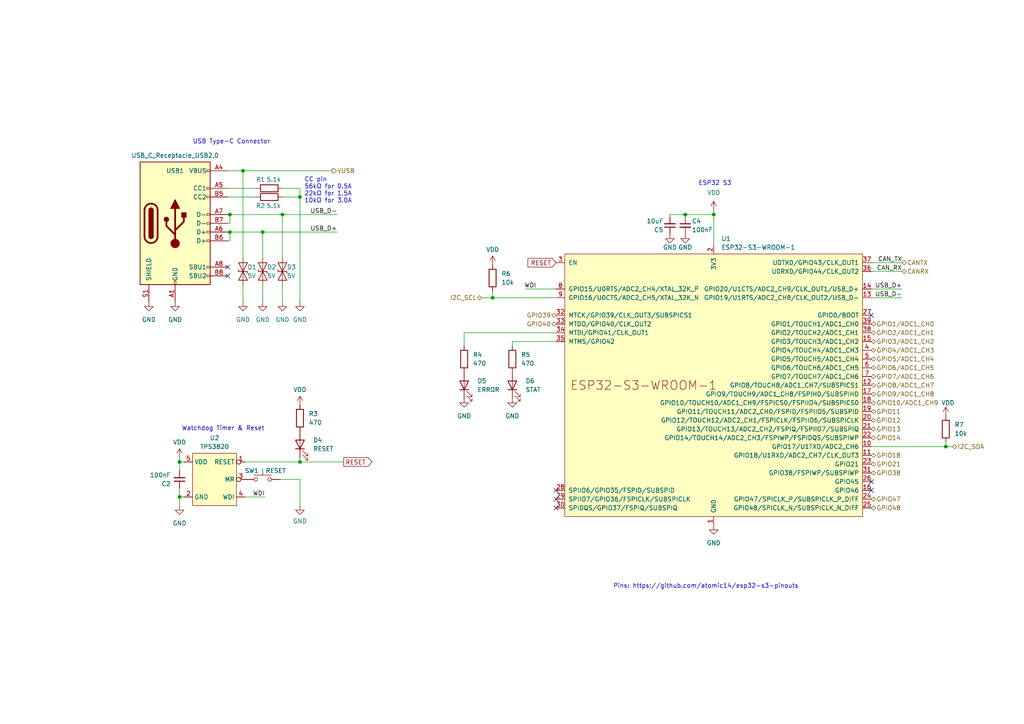
<source format=kicad_sch>
(kicad_sch
	(version 20231120)
	(generator "eeschema")
	(generator_version "8.0")
	(uuid "d339b9d8-51a7-460e-bb19-8d8c25d3e2aa")
	(paper "A4")
	(lib_symbols
		(symbol "Connector:USB_C_Receptacle_USB2.0"
			(pin_names
				(offset 1.016)
			)
			(exclude_from_sim no)
			(in_bom yes)
			(on_board yes)
			(property "Reference" "J"
				(at -10.16 19.05 0)
				(effects
					(font
						(size 1.27 1.27)
					)
					(justify left)
				)
			)
			(property "Value" "USB_C_Receptacle_USB2.0"
				(at 19.05 19.05 0)
				(effects
					(font
						(size 1.27 1.27)
					)
					(justify right)
				)
			)
			(property "Footprint" ""
				(at 3.81 0 0)
				(effects
					(font
						(size 1.27 1.27)
					)
					(hide yes)
				)
			)
			(property "Datasheet" "https://www.usb.org/sites/default/files/documents/usb_type-c.zip"
				(at 3.81 0 0)
				(effects
					(font
						(size 1.27 1.27)
					)
					(hide yes)
				)
			)
			(property "Description" "USB 2.0-only Type-C Receptacle connector"
				(at 0 0 0)
				(effects
					(font
						(size 1.27 1.27)
					)
					(hide yes)
				)
			)
			(property "ki_keywords" "usb universal serial bus type-C USB2.0"
				(at 0 0 0)
				(effects
					(font
						(size 1.27 1.27)
					)
					(hide yes)
				)
			)
			(property "ki_fp_filters" "USB*C*Receptacle*"
				(at 0 0 0)
				(effects
					(font
						(size 1.27 1.27)
					)
					(hide yes)
				)
			)
			(symbol "USB_C_Receptacle_USB2.0_0_0"
				(rectangle
					(start -0.254 -17.78)
					(end 0.254 -16.764)
					(stroke
						(width 0)
						(type default)
					)
					(fill
						(type none)
					)
				)
				(rectangle
					(start 10.16 -14.986)
					(end 9.144 -15.494)
					(stroke
						(width 0)
						(type default)
					)
					(fill
						(type none)
					)
				)
				(rectangle
					(start 10.16 -12.446)
					(end 9.144 -12.954)
					(stroke
						(width 0)
						(type default)
					)
					(fill
						(type none)
					)
				)
				(rectangle
					(start 10.16 -4.826)
					(end 9.144 -5.334)
					(stroke
						(width 0)
						(type default)
					)
					(fill
						(type none)
					)
				)
				(rectangle
					(start 10.16 -2.286)
					(end 9.144 -2.794)
					(stroke
						(width 0)
						(type default)
					)
					(fill
						(type none)
					)
				)
				(rectangle
					(start 10.16 0.254)
					(end 9.144 -0.254)
					(stroke
						(width 0)
						(type default)
					)
					(fill
						(type none)
					)
				)
				(rectangle
					(start 10.16 2.794)
					(end 9.144 2.286)
					(stroke
						(width 0)
						(type default)
					)
					(fill
						(type none)
					)
				)
				(rectangle
					(start 10.16 7.874)
					(end 9.144 7.366)
					(stroke
						(width 0)
						(type default)
					)
					(fill
						(type none)
					)
				)
				(rectangle
					(start 10.16 10.414)
					(end 9.144 9.906)
					(stroke
						(width 0)
						(type default)
					)
					(fill
						(type none)
					)
				)
				(rectangle
					(start 10.16 15.494)
					(end 9.144 14.986)
					(stroke
						(width 0)
						(type default)
					)
					(fill
						(type none)
					)
				)
			)
			(symbol "USB_C_Receptacle_USB2.0_0_1"
				(rectangle
					(start -10.16 17.78)
					(end 10.16 -17.78)
					(stroke
						(width 0.254)
						(type default)
					)
					(fill
						(type background)
					)
				)
				(arc
					(start -8.89 -3.81)
					(mid -6.985 -5.7067)
					(end -5.08 -3.81)
					(stroke
						(width 0.508)
						(type default)
					)
					(fill
						(type none)
					)
				)
				(arc
					(start -7.62 -3.81)
					(mid -6.985 -4.4423)
					(end -6.35 -3.81)
					(stroke
						(width 0.254)
						(type default)
					)
					(fill
						(type none)
					)
				)
				(arc
					(start -7.62 -3.81)
					(mid -6.985 -4.4423)
					(end -6.35 -3.81)
					(stroke
						(width 0.254)
						(type default)
					)
					(fill
						(type outline)
					)
				)
				(rectangle
					(start -7.62 -3.81)
					(end -6.35 3.81)
					(stroke
						(width 0.254)
						(type default)
					)
					(fill
						(type outline)
					)
				)
				(arc
					(start -6.35 3.81)
					(mid -6.985 4.4423)
					(end -7.62 3.81)
					(stroke
						(width 0.254)
						(type default)
					)
					(fill
						(type none)
					)
				)
				(arc
					(start -6.35 3.81)
					(mid -6.985 4.4423)
					(end -7.62 3.81)
					(stroke
						(width 0.254)
						(type default)
					)
					(fill
						(type outline)
					)
				)
				(arc
					(start -5.08 3.81)
					(mid -6.985 5.7067)
					(end -8.89 3.81)
					(stroke
						(width 0.508)
						(type default)
					)
					(fill
						(type none)
					)
				)
				(circle
					(center -2.54 1.143)
					(radius 0.635)
					(stroke
						(width 0.254)
						(type default)
					)
					(fill
						(type outline)
					)
				)
				(circle
					(center 0 -5.842)
					(radius 1.27)
					(stroke
						(width 0)
						(type default)
					)
					(fill
						(type outline)
					)
				)
				(polyline
					(pts
						(xy -8.89 -3.81) (xy -8.89 3.81)
					)
					(stroke
						(width 0.508)
						(type default)
					)
					(fill
						(type none)
					)
				)
				(polyline
					(pts
						(xy -5.08 3.81) (xy -5.08 -3.81)
					)
					(stroke
						(width 0.508)
						(type default)
					)
					(fill
						(type none)
					)
				)
				(polyline
					(pts
						(xy 0 -5.842) (xy 0 4.318)
					)
					(stroke
						(width 0.508)
						(type default)
					)
					(fill
						(type none)
					)
				)
				(polyline
					(pts
						(xy 0 -3.302) (xy -2.54 -0.762) (xy -2.54 0.508)
					)
					(stroke
						(width 0.508)
						(type default)
					)
					(fill
						(type none)
					)
				)
				(polyline
					(pts
						(xy 0 -2.032) (xy 2.54 0.508) (xy 2.54 1.778)
					)
					(stroke
						(width 0.508)
						(type default)
					)
					(fill
						(type none)
					)
				)
				(polyline
					(pts
						(xy -1.27 4.318) (xy 0 6.858) (xy 1.27 4.318) (xy -1.27 4.318)
					)
					(stroke
						(width 0.254)
						(type default)
					)
					(fill
						(type outline)
					)
				)
				(rectangle
					(start 1.905 1.778)
					(end 3.175 3.048)
					(stroke
						(width 0.254)
						(type default)
					)
					(fill
						(type outline)
					)
				)
			)
			(symbol "USB_C_Receptacle_USB2.0_1_1"
				(pin passive line
					(at 0 -22.86 90)
					(length 5.08)
					(name "GND"
						(effects
							(font
								(size 1.27 1.27)
							)
						)
					)
					(number "A1"
						(effects
							(font
								(size 1.27 1.27)
							)
						)
					)
				)
				(pin passive line
					(at 0 -22.86 90)
					(length 5.08) hide
					(name "GND"
						(effects
							(font
								(size 1.27 1.27)
							)
						)
					)
					(number "A12"
						(effects
							(font
								(size 1.27 1.27)
							)
						)
					)
				)
				(pin passive line
					(at 15.24 15.24 180)
					(length 5.08)
					(name "VBUS"
						(effects
							(font
								(size 1.27 1.27)
							)
						)
					)
					(number "A4"
						(effects
							(font
								(size 1.27 1.27)
							)
						)
					)
				)
				(pin bidirectional line
					(at 15.24 10.16 180)
					(length 5.08)
					(name "CC1"
						(effects
							(font
								(size 1.27 1.27)
							)
						)
					)
					(number "A5"
						(effects
							(font
								(size 1.27 1.27)
							)
						)
					)
				)
				(pin bidirectional line
					(at 15.24 -2.54 180)
					(length 5.08)
					(name "D+"
						(effects
							(font
								(size 1.27 1.27)
							)
						)
					)
					(number "A6"
						(effects
							(font
								(size 1.27 1.27)
							)
						)
					)
				)
				(pin bidirectional line
					(at 15.24 2.54 180)
					(length 5.08)
					(name "D-"
						(effects
							(font
								(size 1.27 1.27)
							)
						)
					)
					(number "A7"
						(effects
							(font
								(size 1.27 1.27)
							)
						)
					)
				)
				(pin bidirectional line
					(at 15.24 -12.7 180)
					(length 5.08)
					(name "SBU1"
						(effects
							(font
								(size 1.27 1.27)
							)
						)
					)
					(number "A8"
						(effects
							(font
								(size 1.27 1.27)
							)
						)
					)
				)
				(pin passive line
					(at 15.24 15.24 180)
					(length 5.08) hide
					(name "VBUS"
						(effects
							(font
								(size 1.27 1.27)
							)
						)
					)
					(number "A9"
						(effects
							(font
								(size 1.27 1.27)
							)
						)
					)
				)
				(pin passive line
					(at 0 -22.86 90)
					(length 5.08) hide
					(name "GND"
						(effects
							(font
								(size 1.27 1.27)
							)
						)
					)
					(number "B1"
						(effects
							(font
								(size 1.27 1.27)
							)
						)
					)
				)
				(pin passive line
					(at 0 -22.86 90)
					(length 5.08) hide
					(name "GND"
						(effects
							(font
								(size 1.27 1.27)
							)
						)
					)
					(number "B12"
						(effects
							(font
								(size 1.27 1.27)
							)
						)
					)
				)
				(pin passive line
					(at 15.24 15.24 180)
					(length 5.08) hide
					(name "VBUS"
						(effects
							(font
								(size 1.27 1.27)
							)
						)
					)
					(number "B4"
						(effects
							(font
								(size 1.27 1.27)
							)
						)
					)
				)
				(pin bidirectional line
					(at 15.24 7.62 180)
					(length 5.08)
					(name "CC2"
						(effects
							(font
								(size 1.27 1.27)
							)
						)
					)
					(number "B5"
						(effects
							(font
								(size 1.27 1.27)
							)
						)
					)
				)
				(pin bidirectional line
					(at 15.24 -5.08 180)
					(length 5.08)
					(name "D+"
						(effects
							(font
								(size 1.27 1.27)
							)
						)
					)
					(number "B6"
						(effects
							(font
								(size 1.27 1.27)
							)
						)
					)
				)
				(pin bidirectional line
					(at 15.24 0 180)
					(length 5.08)
					(name "D-"
						(effects
							(font
								(size 1.27 1.27)
							)
						)
					)
					(number "B7"
						(effects
							(font
								(size 1.27 1.27)
							)
						)
					)
				)
				(pin bidirectional line
					(at 15.24 -15.24 180)
					(length 5.08)
					(name "SBU2"
						(effects
							(font
								(size 1.27 1.27)
							)
						)
					)
					(number "B8"
						(effects
							(font
								(size 1.27 1.27)
							)
						)
					)
				)
				(pin passive line
					(at 15.24 15.24 180)
					(length 5.08) hide
					(name "VBUS"
						(effects
							(font
								(size 1.27 1.27)
							)
						)
					)
					(number "B9"
						(effects
							(font
								(size 1.27 1.27)
							)
						)
					)
				)
				(pin passive line
					(at -7.62 -22.86 90)
					(length 5.08)
					(name "SHIELD"
						(effects
							(font
								(size 1.27 1.27)
							)
						)
					)
					(number "S1"
						(effects
							(font
								(size 1.27 1.27)
							)
						)
					)
				)
			)
		)
		(symbol "Device:C_Small"
			(pin_numbers hide)
			(pin_names
				(offset 0.254) hide)
			(exclude_from_sim no)
			(in_bom yes)
			(on_board yes)
			(property "Reference" "C"
				(at 0.254 1.778 0)
				(effects
					(font
						(size 1.27 1.27)
					)
					(justify left)
				)
			)
			(property "Value" "C_Small"
				(at 0.254 -2.032 0)
				(effects
					(font
						(size 1.27 1.27)
					)
					(justify left)
				)
			)
			(property "Footprint" ""
				(at 0 0 0)
				(effects
					(font
						(size 1.27 1.27)
					)
					(hide yes)
				)
			)
			(property "Datasheet" "~"
				(at 0 0 0)
				(effects
					(font
						(size 1.27 1.27)
					)
					(hide yes)
				)
			)
			(property "Description" "Unpolarized capacitor, small symbol"
				(at 0 0 0)
				(effects
					(font
						(size 1.27 1.27)
					)
					(hide yes)
				)
			)
			(property "ki_keywords" "capacitor cap"
				(at 0 0 0)
				(effects
					(font
						(size 1.27 1.27)
					)
					(hide yes)
				)
			)
			(property "ki_fp_filters" "C_*"
				(at 0 0 0)
				(effects
					(font
						(size 1.27 1.27)
					)
					(hide yes)
				)
			)
			(symbol "C_Small_0_1"
				(polyline
					(pts
						(xy -1.524 -0.508) (xy 1.524 -0.508)
					)
					(stroke
						(width 0.3302)
						(type default)
					)
					(fill
						(type none)
					)
				)
				(polyline
					(pts
						(xy -1.524 0.508) (xy 1.524 0.508)
					)
					(stroke
						(width 0.3048)
						(type default)
					)
					(fill
						(type none)
					)
				)
			)
			(symbol "C_Small_1_1"
				(pin passive line
					(at 0 2.54 270)
					(length 2.032)
					(name "~"
						(effects
							(font
								(size 1.27 1.27)
							)
						)
					)
					(number "1"
						(effects
							(font
								(size 1.27 1.27)
							)
						)
					)
				)
				(pin passive line
					(at 0 -2.54 90)
					(length 2.032)
					(name "~"
						(effects
							(font
								(size 1.27 1.27)
							)
						)
					)
					(number "2"
						(effects
							(font
								(size 1.27 1.27)
							)
						)
					)
				)
			)
		)
		(symbol "Device:LED"
			(pin_numbers hide)
			(pin_names
				(offset 1.016) hide)
			(exclude_from_sim no)
			(in_bom yes)
			(on_board yes)
			(property "Reference" "D"
				(at 0 2.54 0)
				(effects
					(font
						(size 1.27 1.27)
					)
				)
			)
			(property "Value" "LED"
				(at 0 -2.54 0)
				(effects
					(font
						(size 1.27 1.27)
					)
				)
			)
			(property "Footprint" ""
				(at 0 0 0)
				(effects
					(font
						(size 1.27 1.27)
					)
					(hide yes)
				)
			)
			(property "Datasheet" "~"
				(at 0 0 0)
				(effects
					(font
						(size 1.27 1.27)
					)
					(hide yes)
				)
			)
			(property "Description" "Light emitting diode"
				(at 0 0 0)
				(effects
					(font
						(size 1.27 1.27)
					)
					(hide yes)
				)
			)
			(property "ki_keywords" "LED diode"
				(at 0 0 0)
				(effects
					(font
						(size 1.27 1.27)
					)
					(hide yes)
				)
			)
			(property "ki_fp_filters" "LED* LED_SMD:* LED_THT:*"
				(at 0 0 0)
				(effects
					(font
						(size 1.27 1.27)
					)
					(hide yes)
				)
			)
			(symbol "LED_0_1"
				(polyline
					(pts
						(xy -1.27 -1.27) (xy -1.27 1.27)
					)
					(stroke
						(width 0.254)
						(type default)
					)
					(fill
						(type none)
					)
				)
				(polyline
					(pts
						(xy -1.27 0) (xy 1.27 0)
					)
					(stroke
						(width 0)
						(type default)
					)
					(fill
						(type none)
					)
				)
				(polyline
					(pts
						(xy 1.27 -1.27) (xy 1.27 1.27) (xy -1.27 0) (xy 1.27 -1.27)
					)
					(stroke
						(width 0.254)
						(type default)
					)
					(fill
						(type none)
					)
				)
				(polyline
					(pts
						(xy -3.048 -0.762) (xy -4.572 -2.286) (xy -3.81 -2.286) (xy -4.572 -2.286) (xy -4.572 -1.524)
					)
					(stroke
						(width 0)
						(type default)
					)
					(fill
						(type none)
					)
				)
				(polyline
					(pts
						(xy -1.778 -0.762) (xy -3.302 -2.286) (xy -2.54 -2.286) (xy -3.302 -2.286) (xy -3.302 -1.524)
					)
					(stroke
						(width 0)
						(type default)
					)
					(fill
						(type none)
					)
				)
			)
			(symbol "LED_1_1"
				(pin passive line
					(at -3.81 0 0)
					(length 2.54)
					(name "K"
						(effects
							(font
								(size 1.27 1.27)
							)
						)
					)
					(number "1"
						(effects
							(font
								(size 1.27 1.27)
							)
						)
					)
				)
				(pin passive line
					(at 3.81 0 180)
					(length 2.54)
					(name "A"
						(effects
							(font
								(size 1.27 1.27)
							)
						)
					)
					(number "2"
						(effects
							(font
								(size 1.27 1.27)
							)
						)
					)
				)
			)
		)
		(symbol "Device:R"
			(pin_numbers hide)
			(pin_names
				(offset 0)
			)
			(exclude_from_sim no)
			(in_bom yes)
			(on_board yes)
			(property "Reference" "R"
				(at 2.032 0 90)
				(effects
					(font
						(size 1.27 1.27)
					)
				)
			)
			(property "Value" "R"
				(at 0 0 90)
				(effects
					(font
						(size 1.27 1.27)
					)
				)
			)
			(property "Footprint" ""
				(at -1.778 0 90)
				(effects
					(font
						(size 1.27 1.27)
					)
					(hide yes)
				)
			)
			(property "Datasheet" "~"
				(at 0 0 0)
				(effects
					(font
						(size 1.27 1.27)
					)
					(hide yes)
				)
			)
			(property "Description" "Resistor"
				(at 0 0 0)
				(effects
					(font
						(size 1.27 1.27)
					)
					(hide yes)
				)
			)
			(property "ki_keywords" "R res resistor"
				(at 0 0 0)
				(effects
					(font
						(size 1.27 1.27)
					)
					(hide yes)
				)
			)
			(property "ki_fp_filters" "R_*"
				(at 0 0 0)
				(effects
					(font
						(size 1.27 1.27)
					)
					(hide yes)
				)
			)
			(symbol "R_0_1"
				(rectangle
					(start -1.016 -2.54)
					(end 1.016 2.54)
					(stroke
						(width 0.254)
						(type default)
					)
					(fill
						(type none)
					)
				)
			)
			(symbol "R_1_1"
				(pin passive line
					(at 0 3.81 270)
					(length 1.27)
					(name "~"
						(effects
							(font
								(size 1.27 1.27)
							)
						)
					)
					(number "1"
						(effects
							(font
								(size 1.27 1.27)
							)
						)
					)
				)
				(pin passive line
					(at 0 -3.81 90)
					(length 1.27)
					(name "~"
						(effects
							(font
								(size 1.27 1.27)
							)
						)
					)
					(number "2"
						(effects
							(font
								(size 1.27 1.27)
							)
						)
					)
				)
			)
		)
		(symbol "Diode:ESD9B5.0ST5G"
			(pin_numbers hide)
			(pin_names
				(offset 1.016) hide)
			(exclude_from_sim no)
			(in_bom yes)
			(on_board yes)
			(property "Reference" "D"
				(at 0 2.54 0)
				(effects
					(font
						(size 1.27 1.27)
					)
				)
			)
			(property "Value" "ESD9B5.0ST5G"
				(at 0 -2.54 0)
				(effects
					(font
						(size 1.27 1.27)
					)
				)
			)
			(property "Footprint" "Diode_SMD:D_SOD-923"
				(at 0 0 0)
				(effects
					(font
						(size 1.27 1.27)
					)
					(hide yes)
				)
			)
			(property "Datasheet" "https://www.onsemi.com/pub/Collateral/ESD9B-D.PDF"
				(at 0 0 0)
				(effects
					(font
						(size 1.27 1.27)
					)
					(hide yes)
				)
			)
			(property "Description" "ESD protection diode, 5.0Vrwm, SOD-923"
				(at 0 0 0)
				(effects
					(font
						(size 1.27 1.27)
					)
					(hide yes)
				)
			)
			(property "ki_keywords" "diode TVS ESD"
				(at 0 0 0)
				(effects
					(font
						(size 1.27 1.27)
					)
					(hide yes)
				)
			)
			(property "ki_fp_filters" "D*SOD?923*"
				(at 0 0 0)
				(effects
					(font
						(size 1.27 1.27)
					)
					(hide yes)
				)
			)
			(symbol "ESD9B5.0ST5G_0_1"
				(polyline
					(pts
						(xy 1.27 0) (xy -1.27 0)
					)
					(stroke
						(width 0)
						(type default)
					)
					(fill
						(type none)
					)
				)
				(polyline
					(pts
						(xy -2.54 -1.27) (xy 0 0) (xy -2.54 1.27) (xy -2.54 -1.27)
					)
					(stroke
						(width 0.2032)
						(type default)
					)
					(fill
						(type none)
					)
				)
				(polyline
					(pts
						(xy 0.508 1.27) (xy 0 1.27) (xy 0 -1.27) (xy -0.508 -1.27)
					)
					(stroke
						(width 0.2032)
						(type default)
					)
					(fill
						(type none)
					)
				)
				(polyline
					(pts
						(xy 2.54 1.27) (xy 2.54 -1.27) (xy 0 0) (xy 2.54 1.27)
					)
					(stroke
						(width 0.2032)
						(type default)
					)
					(fill
						(type none)
					)
				)
			)
			(symbol "ESD9B5.0ST5G_1_1"
				(pin passive line
					(at -3.81 0 0)
					(length 2.54)
					(name "A1"
						(effects
							(font
								(size 1.27 1.27)
							)
						)
					)
					(number "1"
						(effects
							(font
								(size 1.27 1.27)
							)
						)
					)
				)
				(pin passive line
					(at 3.81 0 180)
					(length 2.54)
					(name "A2"
						(effects
							(font
								(size 1.27 1.27)
							)
						)
					)
					(number "2"
						(effects
							(font
								(size 1.27 1.27)
							)
						)
					)
				)
			)
		)
		(symbol "PCM_Espressif:ESP32-S3-WROOM-1"
			(pin_names
				(offset 1.016)
			)
			(exclude_from_sim no)
			(in_bom yes)
			(on_board yes)
			(property "Reference" "U"
				(at -43.18 43.18 0)
				(effects
					(font
						(size 1.27 1.27)
					)
					(justify left)
				)
			)
			(property "Value" "ESP32-S3-WROOM-1"
				(at -43.18 40.64 0)
				(effects
					(font
						(size 1.27 1.27)
					)
					(justify left)
				)
			)
			(property "Footprint" "PCM_Espressif:ESP32-S3-WROOM-1"
				(at 2.54 -48.26 0)
				(effects
					(font
						(size 1.27 1.27)
					)
					(hide yes)
				)
			)
			(property "Datasheet" "https://www.espressif.com/sites/default/files/documentation/esp32-s3-wroom-1_wroom-1u_datasheet_en.pdf"
				(at 2.54 -50.8 0)
				(effects
					(font
						(size 1.27 1.27)
					)
					(hide yes)
				)
			)
			(property "Description" "2.4 GHz WiFi (802.11 b/g/n) and Bluetooth ® 5 (LE) module Built around ESP32S3 series of SoCs, Xtensa ® dualcore 32bit LX7 microprocessor Flash up to 16 MB, PSRAM up to 8 MB 36 GPIOs, rich set of peripherals Onboard PCB antenna"
				(at 0 0 0)
				(effects
					(font
						(size 1.27 1.27)
					)
					(hide yes)
				)
			)
			(symbol "ESP32-S3-WROOM-1_0_0"
				(text "ESP32-S3-WROOM-1"
					(at -20.32 0 0)
					(effects
						(font
							(size 2.54 2.54)
						)
					)
				)
				(pin power_in line
					(at 0 -40.64 90)
					(length 2.54)
					(name "GND"
						(effects
							(font
								(size 1.27 1.27)
							)
						)
					)
					(number "1"
						(effects
							(font
								(size 1.27 1.27)
							)
						)
					)
				)
				(pin bidirectional line
					(at 45.72 -17.78 180)
					(length 2.54)
					(name "GPIO17/U1TXD/ADC2_CH6"
						(effects
							(font
								(size 1.27 1.27)
							)
						)
					)
					(number "10"
						(effects
							(font
								(size 1.27 1.27)
							)
						)
					)
				)
				(pin bidirectional line
					(at 45.72 -20.32 180)
					(length 2.54)
					(name "GPIO18/U1RXD/ADC2_CH7/CLK_OUT3"
						(effects
							(font
								(size 1.27 1.27)
							)
						)
					)
					(number "11"
						(effects
							(font
								(size 1.27 1.27)
							)
						)
					)
				)
				(pin bidirectional line
					(at 45.72 0 180)
					(length 2.54)
					(name "GPIO8/TOUCH8/ADC1_CH7/SUBSPICS1"
						(effects
							(font
								(size 1.27 1.27)
							)
						)
					)
					(number "12"
						(effects
							(font
								(size 1.27 1.27)
							)
						)
					)
				)
				(pin bidirectional line
					(at 45.72 25.4 180)
					(length 2.54)
					(name "GPIO19/U1RTS/ADC2_CH8/CLK_OUT2/USB_D-"
						(effects
							(font
								(size 1.27 1.27)
							)
						)
					)
					(number "13"
						(effects
							(font
								(size 1.27 1.27)
							)
						)
					)
				)
				(pin bidirectional line
					(at 45.72 27.94 180)
					(length 2.54)
					(name "GPIO20/U1CTS/ADC2_CH9/CLK_OUT1/USB_D+"
						(effects
							(font
								(size 1.27 1.27)
							)
						)
					)
					(number "14"
						(effects
							(font
								(size 1.27 1.27)
							)
						)
					)
				)
				(pin bidirectional line
					(at 45.72 12.7 180)
					(length 2.54)
					(name "GPIO3/TOUCH3/ADC1_CH2"
						(effects
							(font
								(size 1.27 1.27)
							)
						)
					)
					(number "15"
						(effects
							(font
								(size 1.27 1.27)
							)
						)
					)
				)
				(pin bidirectional line
					(at 45.72 -30.48 180)
					(length 2.54)
					(name "GPIO46"
						(effects
							(font
								(size 1.27 1.27)
							)
						)
					)
					(number "16"
						(effects
							(font
								(size 1.27 1.27)
							)
						)
					)
				)
				(pin bidirectional line
					(at 45.72 -2.54 180)
					(length 2.54)
					(name "GPIO9/TOUCH9/ADC1_CH8/FSPIHD/SUBSPIHD"
						(effects
							(font
								(size 1.27 1.27)
							)
						)
					)
					(number "17"
						(effects
							(font
								(size 1.27 1.27)
							)
						)
					)
				)
				(pin bidirectional line
					(at 45.72 -5.08 180)
					(length 2.54)
					(name "GPIO10/TOUCH10/ADC1_CH9/FSPICS0/FSPIIO4/SUBSPICS0"
						(effects
							(font
								(size 1.27 1.27)
							)
						)
					)
					(number "18"
						(effects
							(font
								(size 1.27 1.27)
							)
						)
					)
				)
				(pin bidirectional line
					(at 45.72 -7.62 180)
					(length 2.54)
					(name "GPIO11/TOUCH11/ADC2_CH0/FSPID/FSPIIO5/SUBSPID"
						(effects
							(font
								(size 1.27 1.27)
							)
						)
					)
					(number "19"
						(effects
							(font
								(size 1.27 1.27)
							)
						)
					)
				)
				(pin power_in line
					(at 0 40.64 270)
					(length 2.54)
					(name "3V3"
						(effects
							(font
								(size 1.27 1.27)
							)
						)
					)
					(number "2"
						(effects
							(font
								(size 1.27 1.27)
							)
						)
					)
				)
				(pin bidirectional line
					(at 45.72 -10.16 180)
					(length 2.54)
					(name "GPIO12/TOUCH12/ADC2_CH1/FSPICLK/FSPIIO6/SUBSPICLK"
						(effects
							(font
								(size 1.27 1.27)
							)
						)
					)
					(number "20"
						(effects
							(font
								(size 1.27 1.27)
							)
						)
					)
				)
				(pin bidirectional line
					(at 45.72 -12.7 180)
					(length 2.54)
					(name "GPIO13/TOUCH13/ADC2_CH2/FSPIQ/FSPIIO7/SUBSPIQ"
						(effects
							(font
								(size 1.27 1.27)
							)
						)
					)
					(number "21"
						(effects
							(font
								(size 1.27 1.27)
							)
						)
					)
				)
				(pin bidirectional line
					(at 45.72 -15.24 180)
					(length 2.54)
					(name "GPIO14/TOUCH14/ADC2_CH3/FSPIWP/FSPIDQS/SUBSPIWP"
						(effects
							(font
								(size 1.27 1.27)
							)
						)
					)
					(number "22"
						(effects
							(font
								(size 1.27 1.27)
							)
						)
					)
				)
				(pin bidirectional line
					(at 45.72 -22.86 180)
					(length 2.54)
					(name "GPIO21"
						(effects
							(font
								(size 1.27 1.27)
							)
						)
					)
					(number "23"
						(effects
							(font
								(size 1.27 1.27)
							)
						)
					)
				)
				(pin bidirectional line
					(at 45.72 -33.02 180)
					(length 2.54)
					(name "GPIO47/SPICLK_P/SUBSPICLK_P_DIFF"
						(effects
							(font
								(size 1.27 1.27)
							)
						)
					)
					(number "24"
						(effects
							(font
								(size 1.27 1.27)
							)
						)
					)
				)
				(pin bidirectional line
					(at 45.72 -35.56 180)
					(length 2.54)
					(name "GPIO48/SPICLK_N/SUBSPICLK_N_DIFF"
						(effects
							(font
								(size 1.27 1.27)
							)
						)
					)
					(number "25"
						(effects
							(font
								(size 1.27 1.27)
							)
						)
					)
				)
				(pin bidirectional line
					(at 45.72 -27.94 180)
					(length 2.54)
					(name "GPIO45"
						(effects
							(font
								(size 1.27 1.27)
							)
						)
					)
					(number "26"
						(effects
							(font
								(size 1.27 1.27)
							)
						)
					)
				)
				(pin bidirectional line
					(at 45.72 20.32 180)
					(length 2.54)
					(name "GPIO0/BOOT"
						(effects
							(font
								(size 1.27 1.27)
							)
						)
					)
					(number "27"
						(effects
							(font
								(size 1.27 1.27)
							)
						)
					)
				)
				(pin bidirectional line
					(at -45.72 -30.48 0)
					(length 2.54)
					(name "SPIIO6/GPIO35/FSPID/SUBSPID"
						(effects
							(font
								(size 1.27 1.27)
							)
						)
					)
					(number "28"
						(effects
							(font
								(size 1.27 1.27)
							)
						)
					)
				)
				(pin bidirectional line
					(at -45.72 -33.02 0)
					(length 2.54)
					(name "SPIIO7/GPIO36/FSPICLK/SUBSPICLK"
						(effects
							(font
								(size 1.27 1.27)
							)
						)
					)
					(number "29"
						(effects
							(font
								(size 1.27 1.27)
							)
						)
					)
				)
				(pin input line
					(at -45.72 35.56 0)
					(length 2.54)
					(name "EN"
						(effects
							(font
								(size 1.27 1.27)
							)
						)
					)
					(number "3"
						(effects
							(font
								(size 1.27 1.27)
							)
						)
					)
				)
				(pin bidirectional line
					(at -45.72 -35.56 0)
					(length 2.54)
					(name "SPIDQS/GPIO37/FSPIQ/SUBSPIQ"
						(effects
							(font
								(size 1.27 1.27)
							)
						)
					)
					(number "30"
						(effects
							(font
								(size 1.27 1.27)
							)
						)
					)
				)
				(pin bidirectional line
					(at 45.72 -25.4 180)
					(length 2.54)
					(name "GPIO38/FSPIWP/SUBSPIWP"
						(effects
							(font
								(size 1.27 1.27)
							)
						)
					)
					(number "31"
						(effects
							(font
								(size 1.27 1.27)
							)
						)
					)
				)
				(pin bidirectional line
					(at -45.72 20.32 0)
					(length 2.54)
					(name "MTCK/GPIO39/CLK_OUT3/SUBSPICS1"
						(effects
							(font
								(size 1.27 1.27)
							)
						)
					)
					(number "32"
						(effects
							(font
								(size 1.27 1.27)
							)
						)
					)
				)
				(pin bidirectional line
					(at -45.72 17.78 0)
					(length 2.54)
					(name "MTDO/GPIO40/CLK_OUT2"
						(effects
							(font
								(size 1.27 1.27)
							)
						)
					)
					(number "33"
						(effects
							(font
								(size 1.27 1.27)
							)
						)
					)
				)
				(pin bidirectional line
					(at -45.72 15.24 0)
					(length 2.54)
					(name "MTDI/GPIO41/CLK_OUT1"
						(effects
							(font
								(size 1.27 1.27)
							)
						)
					)
					(number "34"
						(effects
							(font
								(size 1.27 1.27)
							)
						)
					)
				)
				(pin bidirectional line
					(at -45.72 12.7 0)
					(length 2.54)
					(name "MTMS/GPIO42"
						(effects
							(font
								(size 1.27 1.27)
							)
						)
					)
					(number "35"
						(effects
							(font
								(size 1.27 1.27)
							)
						)
					)
				)
				(pin bidirectional line
					(at 45.72 33.02 180)
					(length 2.54)
					(name "U0RXD/GPIO44/CLK_OUT2"
						(effects
							(font
								(size 1.27 1.27)
							)
						)
					)
					(number "36"
						(effects
							(font
								(size 1.27 1.27)
							)
						)
					)
				)
				(pin bidirectional line
					(at 45.72 35.56 180)
					(length 2.54)
					(name "U0TXD/GPIO43/CLK_OUT1"
						(effects
							(font
								(size 1.27 1.27)
							)
						)
					)
					(number "37"
						(effects
							(font
								(size 1.27 1.27)
							)
						)
					)
				)
				(pin bidirectional line
					(at 45.72 15.24 180)
					(length 2.54)
					(name "GPIO2/TOUCH2/ADC1_CH1"
						(effects
							(font
								(size 1.27 1.27)
							)
						)
					)
					(number "38"
						(effects
							(font
								(size 1.27 1.27)
							)
						)
					)
				)
				(pin bidirectional line
					(at 45.72 17.78 180)
					(length 2.54)
					(name "GPIO1/TOUCH1/ADC1_CH0"
						(effects
							(font
								(size 1.27 1.27)
							)
						)
					)
					(number "39"
						(effects
							(font
								(size 1.27 1.27)
							)
						)
					)
				)
				(pin bidirectional line
					(at 45.72 10.16 180)
					(length 2.54)
					(name "GPIO4/TOUCH4/ADC1_CH3"
						(effects
							(font
								(size 1.27 1.27)
							)
						)
					)
					(number "4"
						(effects
							(font
								(size 1.27 1.27)
							)
						)
					)
				)
				(pin passive line
					(at 0 -40.64 90)
					(length 2.54) hide
					(name "GND"
						(effects
							(font
								(size 1.27 1.27)
							)
						)
					)
					(number "40"
						(effects
							(font
								(size 1.27 1.27)
							)
						)
					)
				)
				(pin passive line
					(at 0 -40.64 90)
					(length 2.54) hide
					(name "GND"
						(effects
							(font
								(size 1.27 1.27)
							)
						)
					)
					(number "41"
						(effects
							(font
								(size 1.27 1.27)
							)
						)
					)
				)
				(pin bidirectional line
					(at 45.72 7.62 180)
					(length 2.54)
					(name "GPIO5/TOUCH5/ADC1_CH4"
						(effects
							(font
								(size 1.27 1.27)
							)
						)
					)
					(number "5"
						(effects
							(font
								(size 1.27 1.27)
							)
						)
					)
				)
				(pin bidirectional line
					(at 45.72 5.08 180)
					(length 2.54)
					(name "GPIO6/TOUCH6/ADC1_CH5"
						(effects
							(font
								(size 1.27 1.27)
							)
						)
					)
					(number "6"
						(effects
							(font
								(size 1.27 1.27)
							)
						)
					)
				)
				(pin bidirectional line
					(at 45.72 2.54 180)
					(length 2.54)
					(name "GPIO7/TOUCH7/ADC1_CH6"
						(effects
							(font
								(size 1.27 1.27)
							)
						)
					)
					(number "7"
						(effects
							(font
								(size 1.27 1.27)
							)
						)
					)
				)
				(pin bidirectional line
					(at -45.72 27.94 0)
					(length 2.54)
					(name "GPIO15/U0RTS/ADC2_CH4/XTAL_32K_P"
						(effects
							(font
								(size 1.27 1.27)
							)
						)
					)
					(number "8"
						(effects
							(font
								(size 1.27 1.27)
							)
						)
					)
				)
				(pin bidirectional line
					(at -45.72 25.4 0)
					(length 2.54)
					(name "GPIO16/U0CTS/ADC2_CH5/XTAL_32K_N"
						(effects
							(font
								(size 1.27 1.27)
							)
						)
					)
					(number "9"
						(effects
							(font
								(size 1.27 1.27)
							)
						)
					)
				)
			)
			(symbol "ESP32-S3-WROOM-1_0_1"
				(rectangle
					(start -43.18 38.1)
					(end 43.18 -38.1)
					(stroke
						(width 0)
						(type default)
					)
					(fill
						(type background)
					)
				)
			)
		)
		(symbol "Switch:SW_Push"
			(pin_numbers hide)
			(pin_names
				(offset 1.016) hide)
			(exclude_from_sim no)
			(in_bom yes)
			(on_board yes)
			(property "Reference" "SW"
				(at 1.27 2.54 0)
				(effects
					(font
						(size 1.27 1.27)
					)
					(justify left)
				)
			)
			(property "Value" "SW_Push"
				(at 0 -1.524 0)
				(effects
					(font
						(size 1.27 1.27)
					)
				)
			)
			(property "Footprint" ""
				(at 0 5.08 0)
				(effects
					(font
						(size 1.27 1.27)
					)
					(hide yes)
				)
			)
			(property "Datasheet" "~"
				(at 0 5.08 0)
				(effects
					(font
						(size 1.27 1.27)
					)
					(hide yes)
				)
			)
			(property "Description" "Push button switch, generic, two pins"
				(at 0 0 0)
				(effects
					(font
						(size 1.27 1.27)
					)
					(hide yes)
				)
			)
			(property "ki_keywords" "switch normally-open pushbutton push-button"
				(at 0 0 0)
				(effects
					(font
						(size 1.27 1.27)
					)
					(hide yes)
				)
			)
			(symbol "SW_Push_0_1"
				(circle
					(center -2.032 0)
					(radius 0.508)
					(stroke
						(width 0)
						(type default)
					)
					(fill
						(type none)
					)
				)
				(polyline
					(pts
						(xy 0 1.27) (xy 0 3.048)
					)
					(stroke
						(width 0)
						(type default)
					)
					(fill
						(type none)
					)
				)
				(polyline
					(pts
						(xy 2.54 1.27) (xy -2.54 1.27)
					)
					(stroke
						(width 0)
						(type default)
					)
					(fill
						(type none)
					)
				)
				(circle
					(center 2.032 0)
					(radius 0.508)
					(stroke
						(width 0)
						(type default)
					)
					(fill
						(type none)
					)
				)
				(pin passive line
					(at -5.08 0 0)
					(length 2.54)
					(name "1"
						(effects
							(font
								(size 1.27 1.27)
							)
						)
					)
					(number "1"
						(effects
							(font
								(size 1.27 1.27)
							)
						)
					)
				)
				(pin passive line
					(at 5.08 0 180)
					(length 2.54)
					(name "2"
						(effects
							(font
								(size 1.27 1.27)
							)
						)
					)
					(number "2"
						(effects
							(font
								(size 1.27 1.27)
							)
						)
					)
				)
			)
		)
		(symbol "WOBCLibrary:TPS3820"
			(exclude_from_sim no)
			(in_bom yes)
			(on_board yes)
			(property "Reference" "U"
				(at 0 0 0)
				(effects
					(font
						(size 1.27 1.27)
					)
				)
			)
			(property "Value" "TPS3820"
				(at 0 8.89 0)
				(effects
					(font
						(size 1.27 1.27)
					)
				)
			)
			(property "Footprint" ""
				(at 0 11.43 0)
				(effects
					(font
						(size 1.27 1.27)
					)
					(hide yes)
				)
			)
			(property "Datasheet" ""
				(at 0 11.43 0)
				(effects
					(font
						(size 1.27 1.27)
					)
					(hide yes)
				)
			)
			(property "Description" ""
				(at 0 0 0)
				(effects
					(font
						(size 1.27 1.27)
					)
					(hide yes)
				)
			)
			(symbol "TPS3820_1_1"
				(rectangle
					(start -6.35 7.62)
					(end 6.35 -7.62)
					(stroke
						(width 0)
						(type default)
					)
					(fill
						(type background)
					)
				)
				(pin output inverted
					(at 8.89 5.08 180)
					(length 2.54)
					(name "RESET"
						(effects
							(font
								(size 1.27 1.27)
							)
						)
					)
					(number "1"
						(effects
							(font
								(size 1.27 1.27)
							)
						)
					)
				)
				(pin power_in line
					(at -8.89 -5.08 0)
					(length 2.54)
					(name "GND"
						(effects
							(font
								(size 1.27 1.27)
							)
						)
					)
					(number "2"
						(effects
							(font
								(size 1.27 1.27)
							)
						)
					)
				)
				(pin input inverted
					(at 8.89 0 180)
					(length 2.54)
					(name "MR"
						(effects
							(font
								(size 1.27 1.27)
							)
						)
					)
					(number "3"
						(effects
							(font
								(size 1.27 1.27)
							)
						)
					)
				)
				(pin input line
					(at 8.89 -5.08 180)
					(length 2.54)
					(name "WDI"
						(effects
							(font
								(size 1.27 1.27)
							)
						)
					)
					(number "4"
						(effects
							(font
								(size 1.27 1.27)
							)
						)
					)
				)
				(pin power_in line
					(at -8.89 5.08 0)
					(length 2.54)
					(name "VDD"
						(effects
							(font
								(size 1.27 1.27)
							)
						)
					)
					(number "5"
						(effects
							(font
								(size 1.27 1.27)
							)
						)
					)
				)
			)
		)
		(symbol "power:GND"
			(power)
			(pin_names
				(offset 0)
			)
			(exclude_from_sim no)
			(in_bom yes)
			(on_board yes)
			(property "Reference" "#PWR"
				(at 0 -6.35 0)
				(effects
					(font
						(size 1.27 1.27)
					)
					(hide yes)
				)
			)
			(property "Value" "GND"
				(at 0 -3.81 0)
				(effects
					(font
						(size 1.27 1.27)
					)
				)
			)
			(property "Footprint" ""
				(at 0 0 0)
				(effects
					(font
						(size 1.27 1.27)
					)
					(hide yes)
				)
			)
			(property "Datasheet" ""
				(at 0 0 0)
				(effects
					(font
						(size 1.27 1.27)
					)
					(hide yes)
				)
			)
			(property "Description" "Power symbol creates a global label with name \"GND\" , ground"
				(at 0 0 0)
				(effects
					(font
						(size 1.27 1.27)
					)
					(hide yes)
				)
			)
			(property "ki_keywords" "global power"
				(at 0 0 0)
				(effects
					(font
						(size 1.27 1.27)
					)
					(hide yes)
				)
			)
			(symbol "GND_0_1"
				(polyline
					(pts
						(xy 0 0) (xy 0 -1.27) (xy 1.27 -1.27) (xy 0 -2.54) (xy -1.27 -1.27) (xy 0 -1.27)
					)
					(stroke
						(width 0)
						(type default)
					)
					(fill
						(type none)
					)
				)
			)
			(symbol "GND_1_1"
				(pin power_in line
					(at 0 0 270)
					(length 0) hide
					(name "GND"
						(effects
							(font
								(size 1.27 1.27)
							)
						)
					)
					(number "1"
						(effects
							(font
								(size 1.27 1.27)
							)
						)
					)
				)
			)
		)
		(symbol "power:VDD"
			(power)
			(pin_names
				(offset 0)
			)
			(exclude_from_sim no)
			(in_bom yes)
			(on_board yes)
			(property "Reference" "#PWR"
				(at 0 -3.81 0)
				(effects
					(font
						(size 1.27 1.27)
					)
					(hide yes)
				)
			)
			(property "Value" "VDD"
				(at 0 3.81 0)
				(effects
					(font
						(size 1.27 1.27)
					)
				)
			)
			(property "Footprint" ""
				(at 0 0 0)
				(effects
					(font
						(size 1.27 1.27)
					)
					(hide yes)
				)
			)
			(property "Datasheet" ""
				(at 0 0 0)
				(effects
					(font
						(size 1.27 1.27)
					)
					(hide yes)
				)
			)
			(property "Description" "Power symbol creates a global label with name \"VDD\""
				(at 0 0 0)
				(effects
					(font
						(size 1.27 1.27)
					)
					(hide yes)
				)
			)
			(property "ki_keywords" "global power"
				(at 0 0 0)
				(effects
					(font
						(size 1.27 1.27)
					)
					(hide yes)
				)
			)
			(symbol "VDD_0_1"
				(polyline
					(pts
						(xy -0.762 1.27) (xy 0 2.54)
					)
					(stroke
						(width 0)
						(type default)
					)
					(fill
						(type none)
					)
				)
				(polyline
					(pts
						(xy 0 0) (xy 0 2.54)
					)
					(stroke
						(width 0)
						(type default)
					)
					(fill
						(type none)
					)
				)
				(polyline
					(pts
						(xy 0 2.54) (xy 0.762 1.27)
					)
					(stroke
						(width 0)
						(type default)
					)
					(fill
						(type none)
					)
				)
			)
			(symbol "VDD_1_1"
				(pin power_in line
					(at 0 0 90)
					(length 0) hide
					(name "VDD"
						(effects
							(font
								(size 1.27 1.27)
							)
						)
					)
					(number "1"
						(effects
							(font
								(size 1.27 1.27)
							)
						)
					)
				)
			)
		)
	)
	(junction
		(at 198.755 62.23)
		(diameter 0)
		(color 0 0 0 0)
		(uuid "5e669def-7a18-44fd-bad6-efe245b4bf28")
	)
	(junction
		(at 81.915 62.23)
		(diameter 0)
		(color 0 0 0 0)
		(uuid "65305ae2-0630-4f98-bd32-c447416f7490")
	)
	(junction
		(at 66.675 67.31)
		(diameter 0)
		(color 0 0 0 0)
		(uuid "753ec1d8-0a2f-44f8-9a32-8a61cdef21b5")
	)
	(junction
		(at 52.07 133.985)
		(diameter 0)
		(color 0 0 0 0)
		(uuid "7beb5adc-71e9-479d-ac09-1df27baa6240")
	)
	(junction
		(at 76.2 67.31)
		(diameter 0)
		(color 0 0 0 0)
		(uuid "8d72df12-298d-4588-8231-e61a28c5737f")
	)
	(junction
		(at 52.07 144.145)
		(diameter 0)
		(color 0 0 0 0)
		(uuid "96049cb8-8bb3-4a04-9671-949440e072ab")
	)
	(junction
		(at 66.675 62.23)
		(diameter 0)
		(color 0 0 0 0)
		(uuid "b99ccf6a-b366-411c-9e77-a8327db55402")
	)
	(junction
		(at 142.875 86.36)
		(diameter 0)
		(color 0 0 0 0)
		(uuid "bee3ddaf-49e3-4562-a038-d593673bad12")
	)
	(junction
		(at 70.485 49.53)
		(diameter 0)
		(color 0 0 0 0)
		(uuid "d7cc22c4-1807-445e-98e9-6ebf133cc16a")
	)
	(junction
		(at 86.995 133.985)
		(diameter 0)
		(color 0 0 0 0)
		(uuid "e309d59e-e78c-4f52-ba5a-c7f322c1f6f5")
	)
	(junction
		(at 86.995 57.15)
		(diameter 0)
		(color 0 0 0 0)
		(uuid "e6cb9202-580b-4b7f-b4bb-523b396dc147")
	)
	(junction
		(at 274.32 129.54)
		(diameter 0)
		(color 0 0 0 0)
		(uuid "e9683d8d-fddc-4565-9a2f-78c2dcd63c5b")
	)
	(junction
		(at 207.01 62.23)
		(diameter 0)
		(color 0 0 0 0)
		(uuid "f3771991-8d7f-4d4d-b701-501d6a8bb1bc")
	)
	(no_connect
		(at 252.73 91.44)
		(uuid "07787f58-4262-42f6-9cd1-d74407625927")
	)
	(no_connect
		(at 252.73 139.7)
		(uuid "12889389-025e-47e0-bb5d-17d4e5aa1247")
	)
	(no_connect
		(at 161.29 144.78)
		(uuid "36f3c130-f0fc-467e-8bec-903b902b6085")
	)
	(no_connect
		(at 161.29 147.32)
		(uuid "3ab82694-447e-4b1b-a995-ad23c7954f98")
	)
	(no_connect
		(at 66.04 80.01)
		(uuid "a6dbe16c-0383-49f8-9074-5a696b52f681")
	)
	(no_connect
		(at 252.73 142.24)
		(uuid "c3b5f4ac-331f-4b79-a19a-b262e51178e6")
	)
	(no_connect
		(at 161.29 142.24)
		(uuid "cf070cc7-1745-47f3-8031-dd96d304ebb7")
	)
	(no_connect
		(at 66.04 77.47)
		(uuid "e1f7d406-8381-4f92-bb10-3229a2681d0f")
	)
	(wire
		(pts
			(xy 66.675 62.23) (xy 81.915 62.23)
		)
		(stroke
			(width 0)
			(type default)
		)
		(uuid "00b5c13a-654b-444c-a09f-6d9b13ba250b")
	)
	(wire
		(pts
			(xy 134.62 96.52) (xy 134.62 100.33)
		)
		(stroke
			(width 0)
			(type default)
		)
		(uuid "051f0986-aa43-40d8-b9fd-e65362704a43")
	)
	(wire
		(pts
			(xy 70.485 49.53) (xy 96.3222 49.53)
		)
		(stroke
			(width 0)
			(type default)
		)
		(uuid "0978136e-d6e1-49f8-bdc1-83fd5be2749c")
	)
	(wire
		(pts
			(xy 52.07 146.685) (xy 52.07 144.145)
		)
		(stroke
			(width 0)
			(type default)
		)
		(uuid "09e9c058-55ef-4e92-ae67-581d87cb7fa8")
	)
	(wire
		(pts
			(xy 76.2 87.63) (xy 76.2 82.55)
		)
		(stroke
			(width 0)
			(type default)
		)
		(uuid "0e2fbfdd-902a-4fe0-a1ab-a279a5b29cd8")
	)
	(wire
		(pts
			(xy 66.04 62.23) (xy 66.675 62.23)
		)
		(stroke
			(width 0)
			(type default)
		)
		(uuid "10d42655-dc71-4997-8820-eb27b5593168")
	)
	(wire
		(pts
			(xy 76.2 67.31) (xy 76.2 74.93)
		)
		(stroke
			(width 0)
			(type default)
		)
		(uuid "2304ce00-0451-4e35-94c9-200b74c27156")
	)
	(wire
		(pts
			(xy 66.04 69.85) (xy 66.675 69.85)
		)
		(stroke
			(width 0)
			(type default)
		)
		(uuid "25acff1a-dc99-4521-b6ee-b036cb7fc7e9")
	)
	(wire
		(pts
			(xy 81.915 87.63) (xy 81.915 82.55)
		)
		(stroke
			(width 0)
			(type default)
		)
		(uuid "2a77a977-1c55-4c60-a8bb-c6ceb21aa842")
	)
	(wire
		(pts
			(xy 134.62 96.52) (xy 161.29 96.52)
		)
		(stroke
			(width 0)
			(type default)
		)
		(uuid "2b0ddd29-f3b3-4429-81f8-b318818d448e")
	)
	(wire
		(pts
			(xy 274.32 129.54) (xy 252.73 129.54)
		)
		(stroke
			(width 0)
			(type default)
		)
		(uuid "2b57e8bd-ac42-4705-9759-a02a9dfdeb8e")
	)
	(wire
		(pts
			(xy 52.07 133.985) (xy 53.34 133.985)
		)
		(stroke
			(width 0)
			(type default)
		)
		(uuid "2f780a2c-1620-4487-b0da-6c0aa23db84b")
	)
	(wire
		(pts
			(xy 70.485 49.53) (xy 66.04 49.53)
		)
		(stroke
			(width 0)
			(type default)
		)
		(uuid "390eb601-528c-4971-94e0-50e483ba7da8")
	)
	(wire
		(pts
			(xy 66.675 64.77) (xy 66.675 62.23)
		)
		(stroke
			(width 0)
			(type default)
		)
		(uuid "39c4211e-2615-423c-a60b-4016ba4510c1")
	)
	(wire
		(pts
			(xy 81.915 54.61) (xy 86.995 54.61)
		)
		(stroke
			(width 0)
			(type default)
		)
		(uuid "3d84efbb-d6d6-4413-aaff-52acbb77d24c")
	)
	(wire
		(pts
			(xy 97.79 67.31) (xy 76.2 67.31)
		)
		(stroke
			(width 0)
			(type default)
		)
		(uuid "454be838-cefc-45ff-a7b8-8fe73ef0242b")
	)
	(wire
		(pts
			(xy 261.62 83.82) (xy 252.73 83.82)
		)
		(stroke
			(width 0)
			(type default)
		)
		(uuid "45c8011a-b1af-4683-b367-77633e1c05e6")
	)
	(wire
		(pts
			(xy 81.28 139.065) (xy 86.995 139.065)
		)
		(stroke
			(width 0)
			(type default)
		)
		(uuid "4955fa03-e48c-4b82-8175-3307ac016b21")
	)
	(wire
		(pts
			(xy 66.675 69.85) (xy 66.675 67.31)
		)
		(stroke
			(width 0)
			(type default)
		)
		(uuid "50511a9d-b717-4d31-b746-7dc7b14241a8")
	)
	(wire
		(pts
			(xy 148.59 100.33) (xy 148.59 99.06)
		)
		(stroke
			(width 0)
			(type default)
		)
		(uuid "50f4ea92-7cfb-47d0-ac43-64ea251d3efd")
	)
	(wire
		(pts
			(xy 252.73 76.2) (xy 261.62 76.2)
		)
		(stroke
			(width 0)
			(type default)
		)
		(uuid "52b897e6-513c-46ec-8743-c3bb7d2b9ffa")
	)
	(wire
		(pts
			(xy 74.295 54.61) (xy 66.04 54.61)
		)
		(stroke
			(width 0)
			(type default)
		)
		(uuid "5415d40a-57b2-4a85-bfd9-afdba78d4842")
	)
	(wire
		(pts
			(xy 66.04 64.77) (xy 66.675 64.77)
		)
		(stroke
			(width 0)
			(type default)
		)
		(uuid "5db77132-cd0d-4e32-b796-d9eff490a717")
	)
	(wire
		(pts
			(xy 86.995 133.985) (xy 71.12 133.985)
		)
		(stroke
			(width 0)
			(type default)
		)
		(uuid "5eb2cb27-f471-4860-a1b3-02612c917444")
	)
	(wire
		(pts
			(xy 86.995 54.61) (xy 86.995 57.15)
		)
		(stroke
			(width 0)
			(type default)
		)
		(uuid "62742943-8c18-4645-a309-b28365ed2960")
	)
	(wire
		(pts
			(xy 52.07 141.605) (xy 52.07 144.145)
		)
		(stroke
			(width 0)
			(type default)
		)
		(uuid "6b0bca27-e1ea-4a91-9e31-e804d5ee8a6d")
	)
	(wire
		(pts
			(xy 274.32 128.27) (xy 274.32 129.54)
		)
		(stroke
			(width 0)
			(type default)
		)
		(uuid "7d2557f0-1ea3-4ac8-9829-27097174da9e")
	)
	(wire
		(pts
			(xy 99.695 133.985) (xy 86.995 133.985)
		)
		(stroke
			(width 0)
			(type default)
		)
		(uuid "9158d4b4-e2f6-4461-86d4-4159af240af3")
	)
	(wire
		(pts
			(xy 81.915 57.15) (xy 86.995 57.15)
		)
		(stroke
			(width 0)
			(type default)
		)
		(uuid "91afdf3a-5d0a-417c-a268-f6810f153953")
	)
	(wire
		(pts
			(xy 76.835 144.145) (xy 71.12 144.145)
		)
		(stroke
			(width 0)
			(type default)
		)
		(uuid "95f069fd-7dc1-47e5-aebf-d80a2ca03bc5")
	)
	(wire
		(pts
			(xy 52.07 144.145) (xy 53.34 144.145)
		)
		(stroke
			(width 0)
			(type default)
		)
		(uuid "9fc45c6f-7dc7-4568-9ca5-9b06df7e4906")
	)
	(wire
		(pts
			(xy 261.62 78.74) (xy 252.73 78.74)
		)
		(stroke
			(width 0)
			(type default)
		)
		(uuid "a69357f0-8993-4c97-9050-a62adc5bd632")
	)
	(wire
		(pts
			(xy 86.995 139.065) (xy 86.995 146.685)
		)
		(stroke
			(width 0)
			(type default)
		)
		(uuid "a784197c-d250-4a70-9bad-4747a317ad4b")
	)
	(wire
		(pts
			(xy 261.62 86.36) (xy 252.73 86.36)
		)
		(stroke
			(width 0)
			(type default)
		)
		(uuid "adb63626-8652-4f7e-9cdd-d8bd51ffc3be")
	)
	(wire
		(pts
			(xy 86.995 132.715) (xy 86.995 133.985)
		)
		(stroke
			(width 0)
			(type default)
		)
		(uuid "adcb96f7-35ba-41cd-bad6-21619ad58933")
	)
	(wire
		(pts
			(xy 148.59 99.06) (xy 161.29 99.06)
		)
		(stroke
			(width 0)
			(type default)
		)
		(uuid "b2513222-f3cb-40cd-afea-4bc4b69de0ec")
	)
	(wire
		(pts
			(xy 152.4 83.82) (xy 161.29 83.82)
		)
		(stroke
			(width 0)
			(type default)
		)
		(uuid "b7336063-339b-4cc4-b13f-9031f13ff390")
	)
	(wire
		(pts
			(xy 81.915 62.23) (xy 97.79 62.23)
		)
		(stroke
			(width 0)
			(type default)
		)
		(uuid "bb32f227-4489-4445-aa30-099ee5bc54c6")
	)
	(wire
		(pts
			(xy 142.875 86.36) (xy 161.29 86.36)
		)
		(stroke
			(width 0)
			(type default)
		)
		(uuid "c31c1a4d-c0f1-4b16-bd78-b327b39f6dfd")
	)
	(wire
		(pts
			(xy 70.485 87.63) (xy 70.485 82.55)
		)
		(stroke
			(width 0)
			(type default)
		)
		(uuid "c644c2e1-e8cd-43cd-b779-b0e17c9f63ea")
	)
	(wire
		(pts
			(xy 81.915 62.23) (xy 81.915 74.93)
		)
		(stroke
			(width 0)
			(type default)
		)
		(uuid "c6f1b479-599f-40bd-a405-9254b9f43705")
	)
	(wire
		(pts
			(xy 207.01 60.96) (xy 207.01 62.23)
		)
		(stroke
			(width 0)
			(type default)
		)
		(uuid "c91257ea-0509-4a7d-b612-06670878a50c")
	)
	(wire
		(pts
			(xy 76.2 67.31) (xy 66.675 67.31)
		)
		(stroke
			(width 0)
			(type default)
		)
		(uuid "cca4740b-265a-4ec9-b02f-7c5910b7dffd")
	)
	(wire
		(pts
			(xy 207.01 62.23) (xy 207.01 71.12)
		)
		(stroke
			(width 0)
			(type default)
		)
		(uuid "d354bee4-422e-4311-a597-b0439c5835dc")
	)
	(wire
		(pts
			(xy 52.07 133.985) (xy 52.07 136.525)
		)
		(stroke
			(width 0)
			(type default)
		)
		(uuid "d42aab69-a6cc-4883-9a9a-8d631f6090c6")
	)
	(wire
		(pts
			(xy 276.225 129.54) (xy 274.32 129.54)
		)
		(stroke
			(width 0)
			(type default)
		)
		(uuid "d738f4b5-bc02-4612-a87d-1595c4baef63")
	)
	(wire
		(pts
			(xy 207.01 62.23) (xy 198.755 62.23)
		)
		(stroke
			(width 0)
			(type default)
		)
		(uuid "e1da98a5-a806-46de-9ab2-a077af36203a")
	)
	(wire
		(pts
			(xy 142.875 84.455) (xy 142.875 86.36)
		)
		(stroke
			(width 0)
			(type default)
		)
		(uuid "e220259b-91c6-4dc5-affb-7e3f0acdbfe3")
	)
	(wire
		(pts
			(xy 86.995 57.15) (xy 86.995 87.63)
		)
		(stroke
			(width 0)
			(type default)
		)
		(uuid "e3e7b147-61b1-4184-acc1-503fb125fe3a")
	)
	(wire
		(pts
			(xy 52.07 132.715) (xy 52.07 133.985)
		)
		(stroke
			(width 0)
			(type default)
		)
		(uuid "e860f252-23d2-4b1f-9518-93b5f3895840")
	)
	(wire
		(pts
			(xy 194.31 62.865) (xy 194.31 62.23)
		)
		(stroke
			(width 0)
			(type default)
		)
		(uuid "f06370d3-9191-4675-b25c-604e8e7ba10c")
	)
	(wire
		(pts
			(xy 194.31 62.23) (xy 198.755 62.23)
		)
		(stroke
			(width 0)
			(type default)
		)
		(uuid "f146c1a6-b0a1-46af-ac20-2432bb4725b9")
	)
	(wire
		(pts
			(xy 198.755 62.23) (xy 198.755 62.865)
		)
		(stroke
			(width 0)
			(type default)
		)
		(uuid "f25752aa-2b6e-4c55-947d-bba5bd15445c")
	)
	(wire
		(pts
			(xy 70.485 49.53) (xy 70.485 74.93)
		)
		(stroke
			(width 0)
			(type default)
		)
		(uuid "f6ff5bb2-da88-40e1-bb89-5d7e300802c5")
	)
	(wire
		(pts
			(xy 139.7 86.36) (xy 142.875 86.36)
		)
		(stroke
			(width 0)
			(type default)
		)
		(uuid "f7e0b277-7807-4eef-9760-e6b9bf380712")
	)
	(wire
		(pts
			(xy 66.675 67.31) (xy 66.04 67.31)
		)
		(stroke
			(width 0)
			(type default)
		)
		(uuid "fbb75352-578a-41e5-a0a6-4d58ea2cba7c")
	)
	(wire
		(pts
			(xy 74.295 57.15) (xy 66.04 57.15)
		)
		(stroke
			(width 0)
			(type default)
		)
		(uuid "fea3cc74-19c6-48a1-bc44-a37f3b1c7d58")
	)
	(text "ESP32 S3"
		(exclude_from_sim no)
		(at 202.565 53.975 0)
		(effects
			(font
				(size 1.27 1.27)
			)
			(justify left bottom)
		)
		(uuid "2ce6fdfd-c6f5-4335-899d-f61c6f902615")
	)
	(text "Watchdog Timer & Reset"
		(exclude_from_sim no)
		(at 52.705 125.095 0)
		(effects
			(font
				(size 1.27 1.27)
			)
			(justify left bottom)
		)
		(uuid "685489b8-b0f6-4d4e-9b4a-44741e17c550")
	)
	(text "Pins: https://github.com/atomic14/esp32-s3-pinouts"
		(exclude_from_sim no)
		(at 177.8 170.815 0)
		(effects
			(font
				(size 1.27 1.27)
			)
			(justify left bottom)
		)
		(uuid "9121ae3f-cd2b-412a-bf02-2c9fcb4664e2")
	)
	(text "USB Type-C Connector"
		(exclude_from_sim no)
		(at 55.88 41.91 0)
		(effects
			(font
				(size 1.27 1.27)
			)
			(justify left bottom)
		)
		(uuid "cb495af2-6852-43c3-a411-d30661f15670")
	)
	(text "CC pin\n56kΩ for 0.5A\n22kΩ for 1.5A\n10kΩ for 3.0A"
		(exclude_from_sim no)
		(at 88.265 59.055 0)
		(effects
			(font
				(size 1.27 1.27)
			)
			(justify left bottom)
		)
		(uuid "f89a7a72-75e5-42ed-bacb-f73700d3a60e")
	)
	(label "USB_D-"
		(at 97.79 62.23 180)
		(fields_autoplaced yes)
		(effects
			(font
				(size 1.27 1.27)
			)
			(justify right bottom)
		)
		(uuid "1583b328-855b-486b-a13b-e2c8b9955a9e")
	)
	(label "CAN_TX"
		(at 254.635 76.2 0)
		(fields_autoplaced yes)
		(effects
			(font
				(size 1.27 1.27)
			)
			(justify left bottom)
		)
		(uuid "2448bfdd-1072-407b-a9ea-20206e4321ab")
	)
	(label "CAN_RX"
		(at 261.62 78.74 180)
		(fields_autoplaced yes)
		(effects
			(font
				(size 1.27 1.27)
			)
			(justify right bottom)
		)
		(uuid "5e86bb6e-de6d-49bf-9273-f44cde7c3aa8")
	)
	(label "USB_D+"
		(at 97.79 67.31 180)
		(fields_autoplaced yes)
		(effects
			(font
				(size 1.27 1.27)
			)
			(justify right bottom)
		)
		(uuid "6b81b24f-9acc-45d7-8565-30f3bcf4b560")
	)
	(label "WDI"
		(at 76.835 144.145 180)
		(fields_autoplaced yes)
		(effects
			(font
				(size 1.27 1.27)
			)
			(justify right bottom)
		)
		(uuid "6f064456-3774-4445-91dd-15f29634c643")
	)
	(label "USB_D-"
		(at 261.62 86.36 180)
		(fields_autoplaced yes)
		(effects
			(font
				(size 1.27 1.27)
			)
			(justify right bottom)
		)
		(uuid "7e24b347-e0cd-4fac-b9c8-5e9d0f3d0769")
	)
	(label "USB_D+"
		(at 261.62 83.82 180)
		(fields_autoplaced yes)
		(effects
			(font
				(size 1.27 1.27)
			)
			(justify right bottom)
		)
		(uuid "c1a75855-7d7c-44a0-96d3-a0d51afcd376")
	)
	(label "WDI"
		(at 155.575 83.82 180)
		(fields_autoplaced yes)
		(effects
			(font
				(size 1.27 1.27)
			)
			(justify right bottom)
		)
		(uuid "e0756ce7-eda5-4bb1-a7e2-ac40ca9785f9")
	)
	(global_label "RESET"
		(shape output)
		(at 99.695 133.985 0)
		(fields_autoplaced yes)
		(effects
			(font
				(size 1.27 1.27)
			)
			(justify left)
		)
		(uuid "16339170-4cfd-461b-8533-91844c70ed79")
		(property "Intersheetrefs" "${INTERSHEET_REFS}"
			(at 108.4253 133.985 0)
			(effects
				(font
					(size 1.27 1.27)
				)
				(justify left)
				(hide yes)
			)
		)
	)
	(global_label "RESET"
		(shape input)
		(at 161.29 76.2 180)
		(fields_autoplaced yes)
		(effects
			(font
				(size 1.27 1.27)
			)
			(justify right)
		)
		(uuid "e8699432-03ff-4a9a-b567-62803cab4a5a")
		(property "Intersheetrefs" "${INTERSHEET_REFS}"
			(at 152.5597 76.2 0)
			(effects
				(font
					(size 1.27 1.27)
				)
				(justify right)
				(hide yes)
			)
		)
	)
	(hierarchical_label "GPIO48"
		(shape bidirectional)
		(at 252.73 147.32 0)
		(fields_autoplaced yes)
		(effects
			(font
				(size 1.27 1.27)
			)
			(justify left)
		)
		(uuid "02abad7e-0171-4a96-b885-4e2ad37eb11f")
	)
	(hierarchical_label "GPIO18"
		(shape bidirectional)
		(at 252.73 132.08 0)
		(fields_autoplaced yes)
		(effects
			(font
				(size 1.27 1.27)
			)
			(justify left)
		)
		(uuid "09c7cad1-7e9e-4447-add3-47af35c7de8a")
	)
	(hierarchical_label "GPIO40"
		(shape bidirectional)
		(at 161.29 93.98 180)
		(fields_autoplaced yes)
		(effects
			(font
				(size 1.27 1.27)
			)
			(justify right)
		)
		(uuid "20d00a9b-e1a0-4f07-b817-74e8d486f3ed")
	)
	(hierarchical_label "GPIO13"
		(shape bidirectional)
		(at 252.73 124.46 0)
		(fields_autoplaced yes)
		(effects
			(font
				(size 1.27 1.27)
			)
			(justify left)
		)
		(uuid "5480b663-a2e3-4754-b3ad-7ca489798056")
	)
	(hierarchical_label "GPIO21"
		(shape bidirectional)
		(at 252.73 134.62 0)
		(fields_autoplaced yes)
		(effects
			(font
				(size 1.27 1.27)
			)
			(justify left)
		)
		(uuid "56770cf7-b991-48d8-b793-d3ce62cac021")
	)
	(hierarchical_label "GPIO12"
		(shape bidirectional)
		(at 252.73 121.92 0)
		(fields_autoplaced yes)
		(effects
			(font
				(size 1.27 1.27)
			)
			(justify left)
		)
		(uuid "5ccb987a-d2e6-48de-9f6b-c6aea17774cb")
	)
	(hierarchical_label "CANRX"
		(shape bidirectional)
		(at 261.62 78.74 0)
		(fields_autoplaced yes)
		(effects
			(font
				(size 1.27 1.27)
			)
			(justify left)
		)
		(uuid "60f938db-7fc8-447b-9e2c-2b4e5d256016")
	)
	(hierarchical_label "I2C_SDA"
		(shape bidirectional)
		(at 276.225 129.54 0)
		(fields_autoplaced yes)
		(effects
			(font
				(size 1.27 1.27)
			)
			(justify left)
		)
		(uuid "659f4a6f-0957-4f4f-aff4-e55870ef590c")
	)
	(hierarchical_label "GPIO3{slash}ADC1_CH2"
		(shape bidirectional)
		(at 252.73 99.06 0)
		(fields_autoplaced yes)
		(effects
			(font
				(size 1.27 1.27)
			)
			(justify left)
		)
		(uuid "6a03d31c-dd1f-4461-9931-98983b90fdb6")
	)
	(hierarchical_label "CANTX"
		(shape bidirectional)
		(at 261.62 76.2 0)
		(fields_autoplaced yes)
		(effects
			(font
				(size 1.27 1.27)
			)
			(justify left)
		)
		(uuid "6f5c57a6-bc88-43d7-9526-f2e13fcc0186")
	)
	(hierarchical_label "GPIO8{slash}ADC1_CH7"
		(shape bidirectional)
		(at 252.73 111.76 0)
		(fields_autoplaced yes)
		(effects
			(font
				(size 1.27 1.27)
			)
			(justify left)
		)
		(uuid "89ed8346-8da9-49c0-bc83-5a6c64ef8b80")
	)
	(hierarchical_label "GPIO9{slash}ADC1_CH8"
		(shape bidirectional)
		(at 252.73 114.3 0)
		(fields_autoplaced yes)
		(effects
			(font
				(size 1.27 1.27)
			)
			(justify left)
		)
		(uuid "922171fd-5dad-4baf-92d1-b2a9e3ba475e")
	)
	(hierarchical_label "GPIO2{slash}ADC1_CH1"
		(shape bidirectional)
		(at 252.73 96.52 0)
		(fields_autoplaced yes)
		(effects
			(font
				(size 1.27 1.27)
			)
			(justify left)
		)
		(uuid "9848a0fa-b714-428a-a980-c33730412050")
	)
	(hierarchical_label "GPIO47"
		(shape bidirectional)
		(at 252.73 144.78 0)
		(fields_autoplaced yes)
		(effects
			(font
				(size 1.27 1.27)
			)
			(justify left)
		)
		(uuid "99d9ba26-3970-40c8-a3f0-f9a6ef6b8ba2")
	)
	(hierarchical_label "GPIO5{slash}ADC1_CH4"
		(shape bidirectional)
		(at 252.73 104.14 0)
		(fields_autoplaced yes)
		(effects
			(font
				(size 1.27 1.27)
			)
			(justify left)
		)
		(uuid "adb3ba3f-fcda-4dca-abe1-15d47ea02b27")
	)
	(hierarchical_label "GPIO14"
		(shape bidirectional)
		(at 252.73 127 0)
		(fields_autoplaced yes)
		(effects
			(font
				(size 1.27 1.27)
			)
			(justify left)
		)
		(uuid "bbfc3805-9042-417f-863a-73c09186bc8d")
	)
	(hierarchical_label "GPIO4{slash}ADC1_CH3"
		(shape bidirectional)
		(at 252.73 101.6 0)
		(fields_autoplaced yes)
		(effects
			(font
				(size 1.27 1.27)
			)
			(justify left)
		)
		(uuid "bf787881-3383-4a56-9409-cd3549583739")
	)
	(hierarchical_label "GPIO38"
		(shape bidirectional)
		(at 252.73 137.16 0)
		(fields_autoplaced yes)
		(effects
			(font
				(size 1.27 1.27)
			)
			(justify left)
		)
		(uuid "cbf0f7a3-e038-4fff-8353-271e6e1438d1")
	)
	(hierarchical_label "I2C_SCL"
		(shape bidirectional)
		(at 139.7 86.36 180)
		(fields_autoplaced yes)
		(effects
			(font
				(size 1.27 1.27)
			)
			(justify right)
		)
		(uuid "cc724364-ca62-44bd-a494-1a0ecbe6ddd9")
	)
	(hierarchical_label "GPIO1{slash}ADC1_CH0"
		(shape bidirectional)
		(at 252.73 93.98 0)
		(fields_autoplaced yes)
		(effects
			(font
				(size 1.27 1.27)
			)
			(justify left)
		)
		(uuid "ccd4066d-cbb7-4f67-a67e-9932fb4d314d")
	)
	(hierarchical_label "GPIO6{slash}ADC1_CH5"
		(shape bidirectional)
		(at 252.73 106.68 0)
		(fields_autoplaced yes)
		(effects
			(font
				(size 1.27 1.27)
			)
			(justify left)
		)
		(uuid "d3772fd8-d8ad-4a34-bcb3-f92b4247bc44")
	)
	(hierarchical_label "GPIO10{slash}ADC1_CH9"
		(shape bidirectional)
		(at 252.73 116.84 0)
		(fields_autoplaced yes)
		(effects
			(font
				(size 1.27 1.27)
			)
			(justify left)
		)
		(uuid "d7fafd97-c100-484b-9f5b-a0608042dfa7")
	)
	(hierarchical_label "VUSB"
		(shape output)
		(at 96.3222 49.53 0)
		(fields_autoplaced yes)
		(effects
			(font
				(size 1.27 1.27)
			)
			(justify left)
		)
		(uuid "da53fc74-a028-4a36-b93e-858f620031bc")
	)
	(hierarchical_label "GPIO39"
		(shape bidirectional)
		(at 161.29 91.44 180)
		(fields_autoplaced yes)
		(effects
			(font
				(size 1.27 1.27)
			)
			(justify right)
		)
		(uuid "dc1283ba-24f3-4eec-8d40-22ad903eb2d6")
	)
	(hierarchical_label "GPIO7{slash}ADC1_CH6"
		(shape bidirectional)
		(at 252.73 109.22 0)
		(fields_autoplaced yes)
		(effects
			(font
				(size 1.27 1.27)
			)
			(justify left)
		)
		(uuid "e88aae7d-5135-4fc7-a622-526e1b005e8e")
	)
	(hierarchical_label "GPIO11"
		(shape bidirectional)
		(at 252.73 119.38 0)
		(fields_autoplaced yes)
		(effects
			(font
				(size 1.27 1.27)
			)
			(justify left)
		)
		(uuid "eef9d1dd-c0d7-465a-b59e-556deab28331")
	)
	(symbol
		(lib_id "power:GND")
		(at 52.07 146.685 0)
		(unit 1)
		(exclude_from_sim no)
		(in_bom yes)
		(on_board yes)
		(dnp no)
		(fields_autoplaced yes)
		(uuid "0052313d-3e7c-4b55-a7e4-5a09b0529f1d")
		(property "Reference" "#PWR0123"
			(at 52.07 153.035 0)
			(effects
				(font
					(size 1.27 1.27)
				)
				(hide yes)
			)
		)
		(property "Value" "GND"
			(at 52.07 151.765 0)
			(effects
				(font
					(size 1.27 1.27)
				)
			)
		)
		(property "Footprint" ""
			(at 52.07 146.685 0)
			(effects
				(font
					(size 1.27 1.27)
				)
				(hide yes)
			)
		)
		(property "Datasheet" ""
			(at 52.07 146.685 0)
			(effects
				(font
					(size 1.27 1.27)
				)
				(hide yes)
			)
		)
		(property "Description" ""
			(at 52.07 146.685 0)
			(effects
				(font
					(size 1.27 1.27)
				)
				(hide yes)
			)
		)
		(pin "1"
			(uuid "f5ef6c2d-b820-4743-8da7-4dfb052c4829")
		)
		(instances
			(project "Tracker"
				(path "/485a01ee-6a57-485f-8e4c-0ef4d16d0717/5cabaded-bd55-4994-a616-0c2b094775d8"
					(reference "#PWR0123")
					(unit 1)
				)
			)
			(project "GS"
				(path "/920f9ee9-d8de-4f24-ad72-1c45434a67fe/7581e5ab-4bf8-4a5f-bcf6-6d148cd61adf"
					(reference "#PWR0106")
					(unit 1)
				)
			)
			(project "ESP32Core"
				(path "/d339b9d8-51a7-460e-bb19-8d8c25d3e2aa"
					(reference "#PWR012")
					(unit 1)
				)
			)
		)
	)
	(symbol
		(lib_id "power:VDD")
		(at 86.995 117.475 0)
		(unit 1)
		(exclude_from_sim no)
		(in_bom yes)
		(on_board yes)
		(dnp no)
		(fields_autoplaced yes)
		(uuid "1360c788-07cb-401d-a369-d608f5f31388")
		(property "Reference" "#PWR0128"
			(at 86.995 121.285 0)
			(effects
				(font
					(size 1.27 1.27)
				)
				(hide yes)
			)
		)
		(property "Value" "VDD"
			(at 86.995 113.03 0)
			(effects
				(font
					(size 1.27 1.27)
				)
			)
		)
		(property "Footprint" ""
			(at 86.995 117.475 0)
			(effects
				(font
					(size 1.27 1.27)
				)
				(hide yes)
			)
		)
		(property "Datasheet" ""
			(at 86.995 117.475 0)
			(effects
				(font
					(size 1.27 1.27)
				)
				(hide yes)
			)
		)
		(property "Description" ""
			(at 86.995 117.475 0)
			(effects
				(font
					(size 1.27 1.27)
				)
				(hide yes)
			)
		)
		(pin "1"
			(uuid "58a529ca-cfb0-4105-b407-246666aee6f6")
		)
		(instances
			(project "Tracker"
				(path "/485a01ee-6a57-485f-8e4c-0ef4d16d0717/5cabaded-bd55-4994-a616-0c2b094775d8"
					(reference "#PWR0128")
					(unit 1)
				)
			)
			(project "GS"
				(path "/920f9ee9-d8de-4f24-ad72-1c45434a67fe/7581e5ab-4bf8-4a5f-bcf6-6d148cd61adf"
					(reference "#PWR0114")
					(unit 1)
				)
			)
			(project "ESP32Core"
				(path "/d339b9d8-51a7-460e-bb19-8d8c25d3e2aa"
					(reference "#PWR023")
					(unit 1)
				)
			)
		)
	)
	(symbol
		(lib_id "PCM_Espressif:ESP32-S3-WROOM-1")
		(at 207.01 111.76 0)
		(unit 1)
		(exclude_from_sim no)
		(in_bom yes)
		(on_board yes)
		(dnp no)
		(fields_autoplaced yes)
		(uuid "1a3ca329-75d4-459d-a629-d500f11dcc90")
		(property "Reference" "U106"
			(at 209.2041 69.215 0)
			(effects
				(font
					(size 1.27 1.27)
				)
				(justify left)
			)
		)
		(property "Value" "ESP32-S3-WROOM-1"
			(at 209.2041 71.755 0)
			(effects
				(font
					(size 1.27 1.27)
				)
				(justify left)
			)
		)
		(property "Footprint" "RF_Module:ESP32-S3-WROOM-1"
			(at 209.55 160.02 0)
			(effects
				(font
					(size 1.27 1.27)
				)
				(hide yes)
			)
		)
		(property "Datasheet" "https://www.espressif.com/sites/default/files/documentation/esp32-s3-wroom-1_wroom-1u_datasheet_en.pdf"
			(at 209.55 162.56 0)
			(effects
				(font
					(size 1.27 1.27)
				)
				(hide yes)
			)
		)
		(property "Description" ""
			(at 207.01 111.76 0)
			(effects
				(font
					(size 1.27 1.27)
				)
				(hide yes)
			)
		)
		(pin "1"
			(uuid "304256d3-0e42-4c81-a8f7-24e936372664")
		)
		(pin "10"
			(uuid "b4a7f068-9252-4637-80ec-d8b4b11c3990")
		)
		(pin "11"
			(uuid "1a53c0a0-c12c-476f-aea1-febf9c4af59f")
		)
		(pin "12"
			(uuid "4be43789-365f-4529-bb8d-c76cbdcca05b")
		)
		(pin "13"
			(uuid "726ce6b8-6879-4e43-9136-7181b0b18908")
		)
		(pin "14"
			(uuid "a53f8b51-e4de-4411-852c-bf4ba3deddf2")
		)
		(pin "15"
			(uuid "c3393787-047a-4c35-bca8-350ccb21a5a6")
		)
		(pin "16"
			(uuid "f66b3685-8723-453a-ade7-2c0b64562c56")
		)
		(pin "17"
			(uuid "96ef08e4-88ca-48ba-82ce-1be0a4592579")
		)
		(pin "18"
			(uuid "84cd841f-53b1-4b4e-a787-18a46ce02188")
		)
		(pin "19"
			(uuid "0a2b5797-0a3d-4ac2-b932-cb5778fbd28b")
		)
		(pin "2"
			(uuid "99cd7bcf-38ef-4e4d-8ea6-3e0b09fa45a4")
		)
		(pin "20"
			(uuid "a8847995-06fc-498b-a681-d5196474ef6f")
		)
		(pin "21"
			(uuid "3402dc1a-9266-4361-9d94-5d91bba52127")
		)
		(pin "22"
			(uuid "f187c25d-7baa-4527-a573-e292d49e6350")
		)
		(pin "23"
			(uuid "35c1a54b-b9db-466b-92cd-2cd0de4ee821")
		)
		(pin "24"
			(uuid "a49696af-e11f-476a-be86-ce2d0ed6dd71")
		)
		(pin "25"
			(uuid "a6fa5682-67fa-4183-ad01-1b665bd666ea")
		)
		(pin "26"
			(uuid "c156f7ee-eceb-4b8d-9b92-6a5de10434f1")
		)
		(pin "27"
			(uuid "a6ab4da1-2633-4dcc-9bab-ee073260cf92")
		)
		(pin "28"
			(uuid "939e2458-176a-4679-b756-8560e49be6a9")
		)
		(pin "29"
			(uuid "8e8b3c19-f72d-4f84-9e8e-17c686e0e433")
		)
		(pin "3"
			(uuid "7094a6b3-793e-492f-9bbe-9ad940a5c876")
		)
		(pin "30"
			(uuid "407d030c-a259-4d96-86bc-83552df724a0")
		)
		(pin "31"
			(uuid "bf52d580-5f95-44f9-be25-d74afb315037")
		)
		(pin "32"
			(uuid "f79e71cd-16d4-417a-861c-e4522bd422c2")
		)
		(pin "33"
			(uuid "01b923dc-2c42-47d9-88e4-f7d3f9dcd480")
		)
		(pin "34"
			(uuid "eac9b332-d6d6-4a30-b293-c451e915e812")
		)
		(pin "35"
			(uuid "6db582aa-03a8-4fff-b4f5-0cdfbc03fc6a")
		)
		(pin "36"
			(uuid "ab04578a-af9d-4491-aa5f-ccd05926931f")
		)
		(pin "37"
			(uuid "8998eb22-bb52-4495-bc0a-060e728159cb")
		)
		(pin "38"
			(uuid "c9b6ecbc-7554-4e19-bd54-65b9a2eab8f1")
		)
		(pin "39"
			(uuid "632fc676-7bff-4085-9034-b5af6e42b08f")
		)
		(pin "4"
			(uuid "6aa25803-72f4-4a5a-968d-44b5b8340f03")
		)
		(pin "40"
			(uuid "984f94a4-f2fe-4a4b-a2a0-7e9d47b9993e")
		)
		(pin "41"
			(uuid "baecce33-1f83-469a-a68d-891c949d89c1")
		)
		(pin "5"
			(uuid "4bec32f4-aeea-4e35-99bd-a9ebc9726acf")
		)
		(pin "6"
			(uuid "4a37e004-8106-417d-b4fd-19bbfcc2416d")
		)
		(pin "7"
			(uuid "e48a4693-432b-46d7-8129-d21c3aaff5d2")
		)
		(pin "8"
			(uuid "69cf0887-2a6b-40ae-8657-ab94bf18eeae")
		)
		(pin "9"
			(uuid "b0010aa6-cadf-45ba-9af2-9c9ec6422057")
		)
		(instances
			(project "Tracker"
				(path "/485a01ee-6a57-485f-8e4c-0ef4d16d0717/5cabaded-bd55-4994-a616-0c2b094775d8"
					(reference "U106")
					(unit 1)
				)
			)
			(project "GS"
				(path "/920f9ee9-d8de-4f24-ad72-1c45434a67fe/7581e5ab-4bf8-4a5f-bcf6-6d148cd61adf"
					(reference "U103")
					(unit 1)
				)
			)
			(project "ESP32Core"
				(path "/d339b9d8-51a7-460e-bb19-8d8c25d3e2aa"
					(reference "U1")
					(unit 1)
				)
			)
		)
	)
	(symbol
		(lib_id "power:GND")
		(at 198.755 67.945 0)
		(unit 1)
		(exclude_from_sim no)
		(in_bom yes)
		(on_board yes)
		(dnp no)
		(uuid "1c910bfe-7483-447e-8057-4796e5c58244")
		(property "Reference" "#PWR0134"
			(at 198.755 74.295 0)
			(effects
				(font
					(size 1.27 1.27)
				)
				(hide yes)
			)
		)
		(property "Value" "GND"
			(at 198.755 71.755 0)
			(effects
				(font
					(size 1.27 1.27)
				)
			)
		)
		(property "Footprint" ""
			(at 198.755 67.945 0)
			(effects
				(font
					(size 1.27 1.27)
				)
				(hide yes)
			)
		)
		(property "Datasheet" ""
			(at 198.755 67.945 0)
			(effects
				(font
					(size 1.27 1.27)
				)
				(hide yes)
			)
		)
		(property "Description" ""
			(at 198.755 67.945 0)
			(effects
				(font
					(size 1.27 1.27)
				)
				(hide yes)
			)
		)
		(pin "1"
			(uuid "7f110583-4315-4a5e-b300-34c757aeebb2")
		)
		(instances
			(project "Tracker"
				(path "/485a01ee-6a57-485f-8e4c-0ef4d16d0717/5cabaded-bd55-4994-a616-0c2b094775d8"
					(reference "#PWR0134")
					(unit 1)
				)
			)
			(project "GS"
				(path "/920f9ee9-d8de-4f24-ad72-1c45434a67fe/7581e5ab-4bf8-4a5f-bcf6-6d148cd61adf"
					(reference "#PWR0121")
					(unit 1)
				)
			)
			(project "ESP32Core"
				(path "/d339b9d8-51a7-460e-bb19-8d8c25d3e2aa"
					(reference "#PWR019")
					(unit 1)
				)
			)
		)
	)
	(symbol
		(lib_id "power:GND")
		(at 207.01 152.4 0)
		(unit 1)
		(exclude_from_sim no)
		(in_bom yes)
		(on_board yes)
		(dnp no)
		(fields_autoplaced yes)
		(uuid "1d50f4c7-ab73-47ed-bace-f143fedbeb5f")
		(property "Reference" "#PWR0136"
			(at 207.01 158.75 0)
			(effects
				(font
					(size 1.27 1.27)
				)
				(hide yes)
			)
		)
		(property "Value" "GND"
			(at 207.01 157.48 0)
			(effects
				(font
					(size 1.27 1.27)
				)
			)
		)
		(property "Footprint" ""
			(at 207.01 152.4 0)
			(effects
				(font
					(size 1.27 1.27)
				)
				(hide yes)
			)
		)
		(property "Datasheet" ""
			(at 207.01 152.4 0)
			(effects
				(font
					(size 1.27 1.27)
				)
				(hide yes)
			)
		)
		(property "Description" ""
			(at 207.01 152.4 0)
			(effects
				(font
					(size 1.27 1.27)
				)
				(hide yes)
			)
		)
		(pin "1"
			(uuid "5f402c95-1729-4d3f-ad2f-02ddbb3cfe32")
		)
		(instances
			(project "Tracker"
				(path "/485a01ee-6a57-485f-8e4c-0ef4d16d0717/5cabaded-bd55-4994-a616-0c2b094775d8"
					(reference "#PWR0136")
					(unit 1)
				)
			)
			(project "GS"
				(path "/920f9ee9-d8de-4f24-ad72-1c45434a67fe/7581e5ab-4bf8-4a5f-bcf6-6d148cd61adf"
					(reference "#PWR0123")
					(unit 1)
				)
			)
			(project "ESP32Core"
				(path "/d339b9d8-51a7-460e-bb19-8d8c25d3e2aa"
					(reference "#PWR017")
					(unit 1)
				)
			)
		)
	)
	(symbol
		(lib_id "Device:R")
		(at 78.105 54.61 90)
		(unit 1)
		(exclude_from_sim no)
		(in_bom yes)
		(on_board yes)
		(dnp no)
		(uuid "343fb6aa-757d-4d21-a8f9-a3e0075680fc")
		(property "Reference" "R106"
			(at 75.565 52.07 90)
			(effects
				(font
					(size 1.27 1.27)
				)
			)
		)
		(property "Value" "5.1k"
			(at 79.375 52.07 90)
			(effects
				(font
					(size 1.27 1.27)
				)
			)
		)
		(property "Footprint" "Resistor_SMD:R_0402_1005Metric"
			(at 78.105 56.388 90)
			(effects
				(font
					(size 1.27 1.27)
				)
				(hide yes)
			)
		)
		(property "Datasheet" "~"
			(at 78.105 54.61 0)
			(effects
				(font
					(size 1.27 1.27)
				)
				(hide yes)
			)
		)
		(property "Description" ""
			(at 78.105 54.61 0)
			(effects
				(font
					(size 1.27 1.27)
				)
				(hide yes)
			)
		)
		(property "LCSC" "C25768 "
			(at 78.105 54.61 0)
			(effects
				(font
					(size 1.27 1.27)
				)
				(hide yes)
			)
		)
		(pin "1"
			(uuid "f083b695-0afe-4a13-98ae-955592eb7d07")
		)
		(pin "2"
			(uuid "29772bef-b63d-49ef-b07a-669acd655b5f")
		)
		(instances
			(project "Tracker"
				(path "/485a01ee-6a57-485f-8e4c-0ef4d16d0717/5cabaded-bd55-4994-a616-0c2b094775d8"
					(reference "R106")
					(unit 1)
				)
			)
			(project "GS"
				(path "/920f9ee9-d8de-4f24-ad72-1c45434a67fe/7581e5ab-4bf8-4a5f-bcf6-6d148cd61adf"
					(reference "R105")
					(unit 1)
				)
			)
			(project "ESP32Core"
				(path "/d339b9d8-51a7-460e-bb19-8d8c25d3e2aa"
					(reference "R1")
					(unit 1)
				)
			)
			(project "RemoteHub"
				(path "/f0925637-73a6-486f-912c-c36abe1751f3"
					(reference "R1")
					(unit 1)
				)
			)
		)
	)
	(symbol
		(lib_id "Device:R")
		(at 148.59 104.14 0)
		(unit 1)
		(exclude_from_sim no)
		(in_bom yes)
		(on_board yes)
		(dnp no)
		(fields_autoplaced yes)
		(uuid "3f33dcc0-ef80-4cf6-8ed0-96502f16115e")
		(property "Reference" "R111"
			(at 151.13 102.87 0)
			(effects
				(font
					(size 1.27 1.27)
				)
				(justify left)
			)
		)
		(property "Value" "470"
			(at 151.13 105.41 0)
			(effects
				(font
					(size 1.27 1.27)
				)
				(justify left)
			)
		)
		(property "Footprint" "Resistor_SMD:R_0402_1005Metric"
			(at 146.812 104.14 90)
			(effects
				(font
					(size 1.27 1.27)
				)
				(hide yes)
			)
		)
		(property "Datasheet" "~"
			(at 148.59 104.14 0)
			(effects
				(font
					(size 1.27 1.27)
				)
				(hide yes)
			)
		)
		(property "Description" ""
			(at 148.59 104.14 0)
			(effects
				(font
					(size 1.27 1.27)
				)
				(hide yes)
			)
		)
		(property "LCSC" "C25117 "
			(at 148.59 104.14 0)
			(effects
				(font
					(size 1.27 1.27)
				)
				(hide yes)
			)
		)
		(pin "1"
			(uuid "303a49ae-a789-4dad-9fc0-60a74951fb69")
		)
		(pin "2"
			(uuid "8e26a314-4657-41f7-9bf3-8f3b29e1c40b")
		)
		(instances
			(project "Tracker"
				(path "/485a01ee-6a57-485f-8e4c-0ef4d16d0717/5cabaded-bd55-4994-a616-0c2b094775d8"
					(reference "R111")
					(unit 1)
				)
			)
			(project "GS"
				(path "/920f9ee9-d8de-4f24-ad72-1c45434a67fe/7581e5ab-4bf8-4a5f-bcf6-6d148cd61adf"
					(reference "R110")
					(unit 1)
				)
			)
			(project "ESP32Core"
				(path "/d339b9d8-51a7-460e-bb19-8d8c25d3e2aa"
					(reference "R5")
					(unit 1)
				)
			)
		)
	)
	(symbol
		(lib_id "Device:C_Small")
		(at 194.31 65.405 180)
		(unit 1)
		(exclude_from_sim no)
		(in_bom yes)
		(on_board yes)
		(dnp no)
		(uuid "4d498a94-2b4d-4aac-88fa-8ced82b64c3b")
		(property "Reference" "C113"
			(at 192.405 66.675 0)
			(effects
				(font
					(size 1.27 1.27)
				)
				(justify left)
			)
		)
		(property "Value" "10uF"
			(at 192.405 64.135 0)
			(effects
				(font
					(size 1.27 1.27)
				)
				(justify left)
			)
		)
		(property "Footprint" "Capacitor_SMD:C_0603_1608Metric"
			(at 194.31 65.405 0)
			(effects
				(font
					(size 1.27 1.27)
				)
				(hide yes)
			)
		)
		(property "Datasheet" "~"
			(at 194.31 65.405 0)
			(effects
				(font
					(size 1.27 1.27)
				)
				(hide yes)
			)
		)
		(property "Description" ""
			(at 194.31 65.405 0)
			(effects
				(font
					(size 1.27 1.27)
				)
				(hide yes)
			)
		)
		(property "LCSC" "C96446"
			(at 194.31 65.405 0)
			(effects
				(font
					(size 1.27 1.27)
				)
				(hide yes)
			)
		)
		(pin "1"
			(uuid "80af995f-3de0-4a39-9ded-dc9d935b4963")
		)
		(pin "2"
			(uuid "52eab822-fc6e-4bde-ae86-98b59b531aec")
		)
		(instances
			(project "Tracker"
				(path "/485a01ee-6a57-485f-8e4c-0ef4d16d0717/5cabaded-bd55-4994-a616-0c2b094775d8"
					(reference "C113")
					(unit 1)
				)
			)
			(project "GS"
				(path "/920f9ee9-d8de-4f24-ad72-1c45434a67fe/7581e5ab-4bf8-4a5f-bcf6-6d148cd61adf"
					(reference "C103")
					(unit 1)
				)
			)
			(project "ESP32Core"
				(path "/d339b9d8-51a7-460e-bb19-8d8c25d3e2aa"
					(reference "C5")
					(unit 1)
				)
			)
		)
	)
	(symbol
		(lib_id "power:VDD")
		(at 207.01 60.96 0)
		(unit 1)
		(exclude_from_sim no)
		(in_bom yes)
		(on_board yes)
		(dnp no)
		(fields_autoplaced yes)
		(uuid "5345656b-1412-4c75-be24-35fce8269408")
		(property "Reference" "#PWR0135"
			(at 207.01 64.77 0)
			(effects
				(font
					(size 1.27 1.27)
				)
				(hide yes)
			)
		)
		(property "Value" "VDD"
			(at 207.01 55.88 0)
			(effects
				(font
					(size 1.27 1.27)
				)
			)
		)
		(property "Footprint" ""
			(at 207.01 60.96 0)
			(effects
				(font
					(size 1.27 1.27)
				)
				(hide yes)
			)
		)
		(property "Datasheet" ""
			(at 207.01 60.96 0)
			(effects
				(font
					(size 1.27 1.27)
				)
				(hide yes)
			)
		)
		(property "Description" ""
			(at 207.01 60.96 0)
			(effects
				(font
					(size 1.27 1.27)
				)
				(hide yes)
			)
		)
		(pin "1"
			(uuid "fd3c8383-78f7-4a98-9aa0-454750f7c668")
		)
		(instances
			(project "Tracker"
				(path "/485a01ee-6a57-485f-8e4c-0ef4d16d0717/5cabaded-bd55-4994-a616-0c2b094775d8"
					(reference "#PWR0135")
					(unit 1)
				)
			)
			(project "GS"
				(path "/920f9ee9-d8de-4f24-ad72-1c45434a67fe/7581e5ab-4bf8-4a5f-bcf6-6d148cd61adf"
					(reference "#PWR0122")
					(unit 1)
				)
			)
			(project "ESP32Core"
				(path "/d339b9d8-51a7-460e-bb19-8d8c25d3e2aa"
					(reference "#PWR018")
					(unit 1)
				)
			)
		)
	)
	(symbol
		(lib_id "power:VDD")
		(at 274.32 120.65 0)
		(unit 1)
		(exclude_from_sim no)
		(in_bom yes)
		(on_board yes)
		(dnp no)
		(uuid "54a2381d-bd90-4cae-ae51-30333aaf85eb")
		(property "Reference" "#PWR0137"
			(at 274.32 124.46 0)
			(effects
				(font
					(size 1.27 1.27)
				)
				(hide yes)
			)
		)
		(property "Value" "VDD"
			(at 274.955 116.84 0)
			(effects
				(font
					(size 1.27 1.27)
				)
			)
		)
		(property "Footprint" ""
			(at 274.32 120.65 0)
			(effects
				(font
					(size 1.27 1.27)
				)
				(hide yes)
			)
		)
		(property "Datasheet" ""
			(at 274.32 120.65 0)
			(effects
				(font
					(size 1.27 1.27)
				)
				(hide yes)
			)
		)
		(property "Description" ""
			(at 274.32 120.65 0)
			(effects
				(font
					(size 1.27 1.27)
				)
				(hide yes)
			)
		)
		(pin "1"
			(uuid "9d84e332-3e9f-463f-85ed-55934106029f")
		)
		(instances
			(project "Tracker"
				(path "/485a01ee-6a57-485f-8e4c-0ef4d16d0717/5cabaded-bd55-4994-a616-0c2b094775d8"
					(reference "#PWR0137")
					(unit 1)
				)
			)
			(project "GS"
				(path "/920f9ee9-d8de-4f24-ad72-1c45434a67fe/7581e5ab-4bf8-4a5f-bcf6-6d148cd61adf"
					(reference "#PWR0124")
					(unit 1)
				)
			)
			(project "ESP32Core"
				(path "/d339b9d8-51a7-460e-bb19-8d8c25d3e2aa"
					(reference "#PWR010")
					(unit 1)
				)
			)
		)
	)
	(symbol
		(lib_id "Device:R")
		(at 134.62 104.14 0)
		(unit 1)
		(exclude_from_sim no)
		(in_bom yes)
		(on_board yes)
		(dnp no)
		(fields_autoplaced yes)
		(uuid "6405d20a-7a4d-414a-b1c8-85dc716ef30e")
		(property "Reference" "R109"
			(at 137.16 102.87 0)
			(effects
				(font
					(size 1.27 1.27)
				)
				(justify left)
			)
		)
		(property "Value" "470"
			(at 137.16 105.41 0)
			(effects
				(font
					(size 1.27 1.27)
				)
				(justify left)
			)
		)
		(property "Footprint" "Resistor_SMD:R_0402_1005Metric"
			(at 132.842 104.14 90)
			(effects
				(font
					(size 1.27 1.27)
				)
				(hide yes)
			)
		)
		(property "Datasheet" "~"
			(at 134.62 104.14 0)
			(effects
				(font
					(size 1.27 1.27)
				)
				(hide yes)
			)
		)
		(property "Description" ""
			(at 134.62 104.14 0)
			(effects
				(font
					(size 1.27 1.27)
				)
				(hide yes)
			)
		)
		(property "LCSC" "C25117 "
			(at 134.62 104.14 0)
			(effects
				(font
					(size 1.27 1.27)
				)
				(hide yes)
			)
		)
		(pin "1"
			(uuid "f48be1db-3653-42cf-be36-34a34159a687")
		)
		(pin "2"
			(uuid "52e7e650-c706-4d80-92ee-2a5732a7d83d")
		)
		(instances
			(project "Tracker"
				(path "/485a01ee-6a57-485f-8e4c-0ef4d16d0717/5cabaded-bd55-4994-a616-0c2b094775d8"
					(reference "R109")
					(unit 1)
				)
			)
			(project "GS"
				(path "/920f9ee9-d8de-4f24-ad72-1c45434a67fe/7581e5ab-4bf8-4a5f-bcf6-6d148cd61adf"
					(reference "R108")
					(unit 1)
				)
			)
			(project "ESP32Core"
				(path "/d339b9d8-51a7-460e-bb19-8d8c25d3e2aa"
					(reference "R4")
					(unit 1)
				)
			)
		)
	)
	(symbol
		(lib_id "power:GND")
		(at 86.995 146.685 0)
		(unit 1)
		(exclude_from_sim no)
		(in_bom yes)
		(on_board yes)
		(dnp no)
		(fields_autoplaced yes)
		(uuid "664fb049-dacf-44ff-8f02-a94681c1c201")
		(property "Reference" "#PWR0129"
			(at 86.995 153.035 0)
			(effects
				(font
					(size 1.27 1.27)
				)
				(hide yes)
			)
		)
		(property "Value" "GND"
			(at 86.995 151.13 0)
			(effects
				(font
					(size 1.27 1.27)
				)
			)
		)
		(property "Footprint" ""
			(at 86.995 146.685 0)
			(effects
				(font
					(size 1.27 1.27)
				)
				(hide yes)
			)
		)
		(property "Datasheet" ""
			(at 86.995 146.685 0)
			(effects
				(font
					(size 1.27 1.27)
				)
				(hide yes)
			)
		)
		(property "Description" ""
			(at 86.995 146.685 0)
			(effects
				(font
					(size 1.27 1.27)
				)
				(hide yes)
			)
		)
		(pin "1"
			(uuid "e92a65ac-1724-4f8b-98fc-e8d2a8e4de59")
		)
		(instances
			(project "Tracker"
				(path "/485a01ee-6a57-485f-8e4c-0ef4d16d0717/5cabaded-bd55-4994-a616-0c2b094775d8"
					(reference "#PWR0129")
					(unit 1)
				)
			)
			(project "GS"
				(path "/920f9ee9-d8de-4f24-ad72-1c45434a67fe/7581e5ab-4bf8-4a5f-bcf6-6d148cd61adf"
					(reference "#PWR0115")
					(unit 1)
				)
			)
			(project "ESP32Core"
				(path "/d339b9d8-51a7-460e-bb19-8d8c25d3e2aa"
					(reference "#PWR013")
					(unit 1)
				)
			)
		)
	)
	(symbol
		(lib_id "WOBCLibrary:TPS3820")
		(at 62.23 139.065 0)
		(unit 1)
		(exclude_from_sim no)
		(in_bom yes)
		(on_board yes)
		(dnp no)
		(fields_autoplaced yes)
		(uuid "68770ed8-9403-4f52-b2b0-86d575cd8e22")
		(property "Reference" "U105"
			(at 62.23 127 0)
			(effects
				(font
					(size 1.27 1.27)
				)
			)
		)
		(property "Value" "TPS3820"
			(at 62.23 129.54 0)
			(effects
				(font
					(size 1.27 1.27)
				)
			)
		)
		(property "Footprint" "WOBClibrary:SOT_23_5"
			(at 62.23 127.635 0)
			(effects
				(font
					(size 1.27 1.27)
				)
				(hide yes)
			)
		)
		(property "Datasheet" ""
			(at 62.23 127.635 0)
			(effects
				(font
					(size 1.27 1.27)
				)
				(hide yes)
			)
		)
		(property "Description" ""
			(at 62.23 139.065 0)
			(effects
				(font
					(size 1.27 1.27)
				)
				(hide yes)
			)
		)
		(property "LCSC" "C130064 "
			(at 62.23 139.065 0)
			(effects
				(font
					(size 1.27 1.27)
				)
				(hide yes)
			)
		)
		(pin "1"
			(uuid "36045861-dbba-476f-8a0e-487b527b6fb4")
		)
		(pin "2"
			(uuid "fe795e32-fbd7-4312-83c8-fdd80a038539")
		)
		(pin "3"
			(uuid "69131086-2f72-4f33-9c4c-81827018552a")
		)
		(pin "4"
			(uuid "140b408a-44fe-4af8-9ad0-1a4e8dbd7263")
		)
		(pin "5"
			(uuid "ee7d9fcc-7ca0-43a0-9aa5-e36d1690f488")
		)
		(instances
			(project "Tracker"
				(path "/485a01ee-6a57-485f-8e4c-0ef4d16d0717/5cabaded-bd55-4994-a616-0c2b094775d8"
					(reference "U105")
					(unit 1)
				)
			)
			(project "GS"
				(path "/920f9ee9-d8de-4f24-ad72-1c45434a67fe/7581e5ab-4bf8-4a5f-bcf6-6d148cd61adf"
					(reference "U101")
					(unit 1)
				)
			)
			(project "ESP32Core"
				(path "/d339b9d8-51a7-460e-bb19-8d8c25d3e2aa"
					(reference "U2")
					(unit 1)
				)
			)
		)
	)
	(symbol
		(lib_id "Device:C_Small")
		(at 198.755 65.405 0)
		(unit 1)
		(exclude_from_sim no)
		(in_bom yes)
		(on_board yes)
		(dnp no)
		(uuid "6989cfb6-ebb0-48f8-9d42-1100fb5ce618")
		(property "Reference" "C114"
			(at 200.66 64.135 0)
			(effects
				(font
					(size 1.27 1.27)
				)
				(justify left)
			)
		)
		(property "Value" "100nF"
			(at 200.66 66.675 0)
			(effects
				(font
					(size 1.27 1.27)
				)
				(justify left)
			)
		)
		(property "Footprint" "Capacitor_SMD:C_0402_1005Metric"
			(at 198.755 65.405 0)
			(effects
				(font
					(size 1.27 1.27)
				)
				(hide yes)
			)
		)
		(property "Datasheet" "~"
			(at 198.755 65.405 0)
			(effects
				(font
					(size 1.27 1.27)
				)
				(hide yes)
			)
		)
		(property "Description" ""
			(at 198.755 65.405 0)
			(effects
				(font
					(size 1.27 1.27)
				)
				(hide yes)
			)
		)
		(property "LCSC" "C1525"
			(at 198.755 65.405 0)
			(effects
				(font
					(size 1.27 1.27)
				)
				(hide yes)
			)
		)
		(pin "1"
			(uuid "913b2298-e6f7-4df5-8ec7-1a77d7fcd6c4")
		)
		(pin "2"
			(uuid "99a6f2c9-c249-4ab3-9e24-1292424f9011")
		)
		(instances
			(project "Tracker"
				(path "/485a01ee-6a57-485f-8e4c-0ef4d16d0717/5cabaded-bd55-4994-a616-0c2b094775d8"
					(reference "C114")
					(unit 1)
				)
			)
			(project "GS"
				(path "/920f9ee9-d8de-4f24-ad72-1c45434a67fe/7581e5ab-4bf8-4a5f-bcf6-6d148cd61adf"
					(reference "C104")
					(unit 1)
				)
			)
			(project "ESP32Core"
				(path "/d339b9d8-51a7-460e-bb19-8d8c25d3e2aa"
					(reference "C4")
					(unit 1)
				)
			)
		)
	)
	(symbol
		(lib_id "power:GND")
		(at 81.915 87.63 0)
		(unit 1)
		(exclude_from_sim no)
		(in_bom yes)
		(on_board yes)
		(dnp no)
		(fields_autoplaced yes)
		(uuid "6b730f2f-349f-42d4-89fa-56a04e734490")
		(property "Reference" "#PWR0126"
			(at 81.915 93.98 0)
			(effects
				(font
					(size 1.27 1.27)
				)
				(hide yes)
			)
		)
		(property "Value" "GND"
			(at 81.915 92.71 0)
			(effects
				(font
					(size 1.27 1.27)
				)
			)
		)
		(property "Footprint" ""
			(at 81.915 87.63 0)
			(effects
				(font
					(size 1.27 1.27)
				)
				(hide yes)
			)
		)
		(property "Datasheet" ""
			(at 81.915 87.63 0)
			(effects
				(font
					(size 1.27 1.27)
				)
				(hide yes)
			)
		)
		(property "Description" ""
			(at 81.915 87.63 0)
			(effects
				(font
					(size 1.27 1.27)
				)
				(hide yes)
			)
		)
		(pin "1"
			(uuid "40d76b9e-f442-4a37-becd-f8eaf6d2da8b")
		)
		(instances
			(project "Tracker"
				(path "/485a01ee-6a57-485f-8e4c-0ef4d16d0717/5cabaded-bd55-4994-a616-0c2b094775d8"
					(reference "#PWR0126")
					(unit 1)
				)
			)
			(project "GS"
				(path "/920f9ee9-d8de-4f24-ad72-1c45434a67fe/7581e5ab-4bf8-4a5f-bcf6-6d148cd61adf"
					(reference "#PWR0112")
					(unit 1)
				)
			)
			(project "ESP32Core"
				(path "/d339b9d8-51a7-460e-bb19-8d8c25d3e2aa"
					(reference "#PWR06")
					(unit 1)
				)
			)
		)
	)
	(symbol
		(lib_id "Device:LED")
		(at 134.62 111.76 90)
		(unit 1)
		(exclude_from_sim no)
		(in_bom yes)
		(on_board yes)
		(dnp no)
		(uuid "6c5a9828-cfb4-44ef-af29-77121f6cf08b")
		(property "Reference" "D109"
			(at 138.43 110.49 90)
			(effects
				(font
					(size 1.27 1.27)
				)
				(justify right)
			)
		)
		(property "Value" "ERROR"
			(at 138.43 113.03 90)
			(effects
				(font
					(size 1.27 1.27)
				)
				(justify right)
			)
		)
		(property "Footprint" "LED_SMD:LED_0805_2012Metric"
			(at 134.62 111.76 0)
			(effects
				(font
					(size 1.27 1.27)
				)
				(hide yes)
			)
		)
		(property "Datasheet" "~"
			(at 134.62 111.76 0)
			(effects
				(font
					(size 1.27 1.27)
				)
				(hide yes)
			)
		)
		(property "Description" ""
			(at 134.62 111.76 0)
			(effects
				(font
					(size 1.27 1.27)
				)
				(hide yes)
			)
		)
		(property "LCSC" "C84256 "
			(at 134.62 111.76 0)
			(effects
				(font
					(size 1.27 1.27)
				)
				(hide yes)
			)
		)
		(pin "1"
			(uuid "23049167-2fbe-4dc0-aa6f-2a6475c7d9f0")
		)
		(pin "2"
			(uuid "0a5a53cd-31d2-445b-8fb7-31e6dca5a6d2")
		)
		(instances
			(project "Tracker"
				(path "/485a01ee-6a57-485f-8e4c-0ef4d16d0717/5cabaded-bd55-4994-a616-0c2b094775d8"
					(reference "D109")
					(unit 1)
				)
			)
			(project "GS"
				(path "/920f9ee9-d8de-4f24-ad72-1c45434a67fe/7581e5ab-4bf8-4a5f-bcf6-6d148cd61adf"
					(reference "D105")
					(unit 1)
				)
			)
			(project "ESP32Core"
				(path "/d339b9d8-51a7-460e-bb19-8d8c25d3e2aa"
					(reference "D5")
					(unit 1)
				)
			)
		)
	)
	(symbol
		(lib_id "Device:R")
		(at 274.32 124.46 0)
		(unit 1)
		(exclude_from_sim no)
		(in_bom yes)
		(on_board yes)
		(dnp no)
		(fields_autoplaced yes)
		(uuid "6cf2a274-50e4-4ddb-9dab-db27f19f2e31")
		(property "Reference" "R112"
			(at 276.86 123.19 0)
			(effects
				(font
					(size 1.27 1.27)
				)
				(justify left)
			)
		)
		(property "Value" "10k"
			(at 276.86 125.73 0)
			(effects
				(font
					(size 1.27 1.27)
				)
				(justify left)
			)
		)
		(property "Footprint" "Resistor_SMD:R_0402_1005Metric"
			(at 272.542 124.46 90)
			(effects
				(font
					(size 1.27 1.27)
				)
				(hide yes)
			)
		)
		(property "Datasheet" "~"
			(at 274.32 124.46 0)
			(effects
				(font
					(size 1.27 1.27)
				)
				(hide yes)
			)
		)
		(property "Description" ""
			(at 274.32 124.46 0)
			(effects
				(font
					(size 1.27 1.27)
				)
				(hide yes)
			)
		)
		(property "LCSC" "C25744 "
			(at 274.32 124.46 0)
			(effects
				(font
					(size 1.27 1.27)
				)
				(hide yes)
			)
		)
		(pin "1"
			(uuid "d7f65d17-bc97-49ac-b101-18d20bc4d4dd")
		)
		(pin "2"
			(uuid "b068c8ce-e4c2-4a24-957d-3bef144cdf76")
		)
		(instances
			(project "Tracker"
				(path "/485a01ee-6a57-485f-8e4c-0ef4d16d0717/5cabaded-bd55-4994-a616-0c2b094775d8"
					(reference "R112")
					(unit 1)
				)
			)
			(project "GS"
				(path "/920f9ee9-d8de-4f24-ad72-1c45434a67fe/7581e5ab-4bf8-4a5f-bcf6-6d148cd61adf"
					(reference "R111")
					(unit 1)
				)
			)
			(project "ESP32Core"
				(path "/d339b9d8-51a7-460e-bb19-8d8c25d3e2aa"
					(reference "R7")
					(unit 1)
				)
			)
		)
	)
	(symbol
		(lib_id "power:GND")
		(at 76.2 87.63 0)
		(unit 1)
		(exclude_from_sim no)
		(in_bom yes)
		(on_board yes)
		(dnp no)
		(fields_autoplaced yes)
		(uuid "7a141b29-f912-4fb9-acb4-fa9abba6ffa3")
		(property "Reference" "#PWR0125"
			(at 76.2 93.98 0)
			(effects
				(font
					(size 1.27 1.27)
				)
				(hide yes)
			)
		)
		(property "Value" "GND"
			(at 76.2 92.71 0)
			(effects
				(font
					(size 1.27 1.27)
				)
			)
		)
		(property "Footprint" ""
			(at 76.2 87.63 0)
			(effects
				(font
					(size 1.27 1.27)
				)
				(hide yes)
			)
		)
		(property "Datasheet" ""
			(at 76.2 87.63 0)
			(effects
				(font
					(size 1.27 1.27)
				)
				(hide yes)
			)
		)
		(property "Description" ""
			(at 76.2 87.63 0)
			(effects
				(font
					(size 1.27 1.27)
				)
				(hide yes)
			)
		)
		(pin "1"
			(uuid "38255186-5690-40c7-ad4c-634b6d01ddd9")
		)
		(instances
			(project "Tracker"
				(path "/485a01ee-6a57-485f-8e4c-0ef4d16d0717/5cabaded-bd55-4994-a616-0c2b094775d8"
					(reference "#PWR0125")
					(unit 1)
				)
			)
			(project "GS"
				(path "/920f9ee9-d8de-4f24-ad72-1c45434a67fe/7581e5ab-4bf8-4a5f-bcf6-6d148cd61adf"
					(reference "#PWR0111")
					(unit 1)
				)
			)
			(project "ESP32Core"
				(path "/d339b9d8-51a7-460e-bb19-8d8c25d3e2aa"
					(reference "#PWR07")
					(unit 1)
				)
			)
		)
	)
	(symbol
		(lib_id "Device:R")
		(at 86.995 121.285 0)
		(unit 1)
		(exclude_from_sim no)
		(in_bom yes)
		(on_board yes)
		(dnp no)
		(fields_autoplaced yes)
		(uuid "7acd6fa1-b1c1-46c7-9d51-03dc13408d89")
		(property "Reference" "R108"
			(at 89.535 120.015 0)
			(effects
				(font
					(size 1.27 1.27)
				)
				(justify left)
			)
		)
		(property "Value" "470"
			(at 89.535 122.555 0)
			(effects
				(font
					(size 1.27 1.27)
				)
				(justify left)
			)
		)
		(property "Footprint" "Resistor_SMD:R_0402_1005Metric"
			(at 85.217 121.285 90)
			(effects
				(font
					(size 1.27 1.27)
				)
				(hide yes)
			)
		)
		(property "Datasheet" "~"
			(at 86.995 121.285 0)
			(effects
				(font
					(size 1.27 1.27)
				)
				(hide yes)
			)
		)
		(property "Description" ""
			(at 86.995 121.285 0)
			(effects
				(font
					(size 1.27 1.27)
				)
				(hide yes)
			)
		)
		(property "LCSC" "C25117 "
			(at 86.995 121.285 0)
			(effects
				(font
					(size 1.27 1.27)
				)
				(hide yes)
			)
		)
		(pin "1"
			(uuid "da410e70-74b6-479d-bc1f-67c6b12d1968")
		)
		(pin "2"
			(uuid "56679cf1-90c9-44ed-97bf-78e995c2e3c3")
		)
		(instances
			(project "Tracker"
				(path "/485a01ee-6a57-485f-8e4c-0ef4d16d0717/5cabaded-bd55-4994-a616-0c2b094775d8"
					(reference "R108")
					(unit 1)
				)
			)
			(project "GS"
				(path "/920f9ee9-d8de-4f24-ad72-1c45434a67fe/7581e5ab-4bf8-4a5f-bcf6-6d148cd61adf"
					(reference "R107")
					(unit 1)
				)
			)
			(project "ESP32Core"
				(path "/d339b9d8-51a7-460e-bb19-8d8c25d3e2aa"
					(reference "R3")
					(unit 1)
				)
			)
		)
	)
	(symbol
		(lib_id "power:GND")
		(at 194.31 67.945 0)
		(unit 1)
		(exclude_from_sim no)
		(in_bom yes)
		(on_board yes)
		(dnp no)
		(uuid "820871d5-d65a-4b5a-b747-96d9cef43fcb")
		(property "Reference" "#PWR0133"
			(at 194.31 74.295 0)
			(effects
				(font
					(size 1.27 1.27)
				)
				(hide yes)
			)
		)
		(property "Value" "GND"
			(at 194.31 71.755 0)
			(effects
				(font
					(size 1.27 1.27)
				)
			)
		)
		(property "Footprint" ""
			(at 194.31 67.945 0)
			(effects
				(font
					(size 1.27 1.27)
				)
				(hide yes)
			)
		)
		(property "Datasheet" ""
			(at 194.31 67.945 0)
			(effects
				(font
					(size 1.27 1.27)
				)
				(hide yes)
			)
		)
		(property "Description" ""
			(at 194.31 67.945 0)
			(effects
				(font
					(size 1.27 1.27)
				)
				(hide yes)
			)
		)
		(pin "1"
			(uuid "457d375c-3096-4324-abd0-0cacb9c7d153")
		)
		(instances
			(project "Tracker"
				(path "/485a01ee-6a57-485f-8e4c-0ef4d16d0717/5cabaded-bd55-4994-a616-0c2b094775d8"
					(reference "#PWR0133")
					(unit 1)
				)
			)
			(project "GS"
				(path "/920f9ee9-d8de-4f24-ad72-1c45434a67fe/7581e5ab-4bf8-4a5f-bcf6-6d148cd61adf"
					(reference "#PWR0120")
					(unit 1)
				)
			)
			(project "ESP32Core"
				(path "/d339b9d8-51a7-460e-bb19-8d8c25d3e2aa"
					(reference "#PWR020")
					(unit 1)
				)
			)
		)
	)
	(symbol
		(lib_id "power:GND")
		(at 70.485 87.63 0)
		(unit 1)
		(exclude_from_sim no)
		(in_bom yes)
		(on_board yes)
		(dnp no)
		(fields_autoplaced yes)
		(uuid "8cb3137a-728f-4baa-9bdb-c141aec44d20")
		(property "Reference" "#PWR0124"
			(at 70.485 93.98 0)
			(effects
				(font
					(size 1.27 1.27)
				)
				(hide yes)
			)
		)
		(property "Value" "GND"
			(at 70.485 92.71 0)
			(effects
				(font
					(size 1.27 1.27)
				)
			)
		)
		(property "Footprint" ""
			(at 70.485 87.63 0)
			(effects
				(font
					(size 1.27 1.27)
				)
				(hide yes)
			)
		)
		(property "Datasheet" ""
			(at 70.485 87.63 0)
			(effects
				(font
					(size 1.27 1.27)
				)
				(hide yes)
			)
		)
		(property "Description" ""
			(at 70.485 87.63 0)
			(effects
				(font
					(size 1.27 1.27)
				)
				(hide yes)
			)
		)
		(pin "1"
			(uuid "60b74b0b-d2fc-4a5f-b5c4-5993e6222109")
		)
		(instances
			(project "Tracker"
				(path "/485a01ee-6a57-485f-8e4c-0ef4d16d0717/5cabaded-bd55-4994-a616-0c2b094775d8"
					(reference "#PWR0124")
					(unit 1)
				)
			)
			(project "GS"
				(path "/920f9ee9-d8de-4f24-ad72-1c45434a67fe/7581e5ab-4bf8-4a5f-bcf6-6d148cd61adf"
					(reference "#PWR0110")
					(unit 1)
				)
			)
			(project "ESP32Core"
				(path "/d339b9d8-51a7-460e-bb19-8d8c25d3e2aa"
					(reference "#PWR08")
					(unit 1)
				)
			)
		)
	)
	(symbol
		(lib_id "Device:R")
		(at 142.875 80.645 0)
		(unit 1)
		(exclude_from_sim no)
		(in_bom yes)
		(on_board yes)
		(dnp no)
		(fields_autoplaced yes)
		(uuid "8d69f109-7e2b-4f0a-a4ec-52e1b3646dcf")
		(property "Reference" "R110"
			(at 145.415 79.375 0)
			(effects
				(font
					(size 1.27 1.27)
				)
				(justify left)
			)
		)
		(property "Value" "10k"
			(at 145.415 81.915 0)
			(effects
				(font
					(size 1.27 1.27)
				)
				(justify left)
			)
		)
		(property "Footprint" "Resistor_SMD:R_0402_1005Metric"
			(at 141.097 80.645 90)
			(effects
				(font
					(size 1.27 1.27)
				)
				(hide yes)
			)
		)
		(property "Datasheet" "~"
			(at 142.875 80.645 0)
			(effects
				(font
					(size 1.27 1.27)
				)
				(hide yes)
			)
		)
		(property "Description" ""
			(at 142.875 80.645 0)
			(effects
				(font
					(size 1.27 1.27)
				)
				(hide yes)
			)
		)
		(property "LCSC" "C25744 "
			(at 142.875 80.645 0)
			(effects
				(font
					(size 1.27 1.27)
				)
				(hide yes)
			)
		)
		(pin "1"
			(uuid "2a05a675-d6d4-4736-8d9e-e2cf67686d54")
		)
		(pin "2"
			(uuid "0db493b8-1cb7-43c0-bc28-b5458b686703")
		)
		(instances
			(project "Tracker"
				(path "/485a01ee-6a57-485f-8e4c-0ef4d16d0717/5cabaded-bd55-4994-a616-0c2b094775d8"
					(reference "R110")
					(unit 1)
				)
			)
			(project "GS"
				(path "/920f9ee9-d8de-4f24-ad72-1c45434a67fe/7581e5ab-4bf8-4a5f-bcf6-6d148cd61adf"
					(reference "R109")
					(unit 1)
				)
			)
			(project "ESP32Core"
				(path "/d339b9d8-51a7-460e-bb19-8d8c25d3e2aa"
					(reference "R6")
					(unit 1)
				)
			)
		)
	)
	(symbol
		(lib_id "power:GND")
		(at 148.59 115.57 0)
		(unit 1)
		(exclude_from_sim no)
		(in_bom yes)
		(on_board yes)
		(dnp no)
		(fields_autoplaced yes)
		(uuid "8e55ed8c-2663-4680-8570-da48b3ff2c68")
		(property "Reference" "#PWR0132"
			(at 148.59 121.92 0)
			(effects
				(font
					(size 1.27 1.27)
				)
				(hide yes)
			)
		)
		(property "Value" "GND"
			(at 148.59 120.65 0)
			(effects
				(font
					(size 1.27 1.27)
				)
			)
		)
		(property "Footprint" ""
			(at 148.59 115.57 0)
			(effects
				(font
					(size 1.27 1.27)
				)
				(hide yes)
			)
		)
		(property "Datasheet" ""
			(at 148.59 115.57 0)
			(effects
				(font
					(size 1.27 1.27)
				)
				(hide yes)
			)
		)
		(property "Description" ""
			(at 148.59 115.57 0)
			(effects
				(font
					(size 1.27 1.27)
				)
				(hide yes)
			)
		)
		(pin "1"
			(uuid "e4454e29-e86c-4554-802d-0903cc6cf427")
		)
		(instances
			(project "Tracker"
				(path "/485a01ee-6a57-485f-8e4c-0ef4d16d0717/5cabaded-bd55-4994-a616-0c2b094775d8"
					(reference "#PWR0132")
					(unit 1)
				)
			)
			(project "GS"
				(path "/920f9ee9-d8de-4f24-ad72-1c45434a67fe/7581e5ab-4bf8-4a5f-bcf6-6d148cd61adf"
					(reference "#PWR0119")
					(unit 1)
				)
			)
			(project "ESP32Core"
				(path "/d339b9d8-51a7-460e-bb19-8d8c25d3e2aa"
					(reference "#PWR05")
					(unit 1)
				)
			)
		)
	)
	(symbol
		(lib_id "power:GND")
		(at 50.8 87.63 0)
		(unit 1)
		(exclude_from_sim no)
		(in_bom yes)
		(on_board yes)
		(dnp no)
		(fields_autoplaced yes)
		(uuid "9797a050-176e-4906-8cd4-7459d50c4695")
		(property "Reference" "#PWR0121"
			(at 50.8 93.98 0)
			(effects
				(font
					(size 1.27 1.27)
				)
				(hide yes)
			)
		)
		(property "Value" "GND"
			(at 50.8 92.71 0)
			(effects
				(font
					(size 1.27 1.27)
				)
			)
		)
		(property "Footprint" ""
			(at 50.8 87.63 0)
			(effects
				(font
					(size 1.27 1.27)
				)
				(hide yes)
			)
		)
		(property "Datasheet" ""
			(at 50.8 87.63 0)
			(effects
				(font
					(size 1.27 1.27)
				)
				(hide yes)
			)
		)
		(property "Description" ""
			(at 50.8 87.63 0)
			(effects
				(font
					(size 1.27 1.27)
				)
				(hide yes)
			)
		)
		(pin "1"
			(uuid "2e3e9800-8c57-4b65-b473-24277864628f")
		)
		(instances
			(project "Tracker"
				(path "/485a01ee-6a57-485f-8e4c-0ef4d16d0717/5cabaded-bd55-4994-a616-0c2b094775d8"
					(reference "#PWR0121")
					(unit 1)
				)
			)
			(project "GS"
				(path "/920f9ee9-d8de-4f24-ad72-1c45434a67fe/7581e5ab-4bf8-4a5f-bcf6-6d148cd61adf"
					(reference "#PWR0104")
					(unit 1)
				)
			)
			(project "ESP32Core"
				(path "/d339b9d8-51a7-460e-bb19-8d8c25d3e2aa"
					(reference "#PWR02")
					(unit 1)
				)
			)
			(project "RemoteHub"
				(path "/f0925637-73a6-486f-912c-c36abe1751f3"
					(reference "#PWR01")
					(unit 1)
				)
			)
		)
	)
	(symbol
		(lib_id "power:GND")
		(at 43.18 87.63 0)
		(unit 1)
		(exclude_from_sim no)
		(in_bom yes)
		(on_board yes)
		(dnp no)
		(fields_autoplaced yes)
		(uuid "9db6113a-af1c-4670-aa50-d37dfff2e57b")
		(property "Reference" "#PWR0120"
			(at 43.18 93.98 0)
			(effects
				(font
					(size 1.27 1.27)
				)
				(hide yes)
			)
		)
		(property "Value" "GND"
			(at 43.18 92.71 0)
			(effects
				(font
					(size 1.27 1.27)
				)
			)
		)
		(property "Footprint" ""
			(at 43.18 87.63 0)
			(effects
				(font
					(size 1.27 1.27)
				)
				(hide yes)
			)
		)
		(property "Datasheet" ""
			(at 43.18 87.63 0)
			(effects
				(font
					(size 1.27 1.27)
				)
				(hide yes)
			)
		)
		(property "Description" ""
			(at 43.18 87.63 0)
			(effects
				(font
					(size 1.27 1.27)
				)
				(hide yes)
			)
		)
		(pin "1"
			(uuid "b38e4e5f-10a7-4b40-a444-b2557051ca9a")
		)
		(instances
			(project "Tracker"
				(path "/485a01ee-6a57-485f-8e4c-0ef4d16d0717/5cabaded-bd55-4994-a616-0c2b094775d8"
					(reference "#PWR0120")
					(unit 1)
				)
			)
			(project "GS"
				(path "/920f9ee9-d8de-4f24-ad72-1c45434a67fe/7581e5ab-4bf8-4a5f-bcf6-6d148cd61adf"
					(reference "#PWR0103")
					(unit 1)
				)
			)
			(project "ESP32Core"
				(path "/d339b9d8-51a7-460e-bb19-8d8c25d3e2aa"
					(reference "#PWR01")
					(unit 1)
				)
			)
			(project "RemoteHub"
				(path "/f0925637-73a6-486f-912c-c36abe1751f3"
					(reference "#PWR02")
					(unit 1)
				)
			)
		)
	)
	(symbol
		(lib_id "Device:R")
		(at 78.105 57.15 90)
		(unit 1)
		(exclude_from_sim no)
		(in_bom yes)
		(on_board yes)
		(dnp no)
		(uuid "9e6ed5b3-255f-4eea-a6ce-44c588bbaf7d")
		(property "Reference" "R107"
			(at 75.565 59.69 90)
			(effects
				(font
					(size 1.27 1.27)
				)
			)
		)
		(property "Value" "5.1k"
			(at 79.375 59.69 90)
			(effects
				(font
					(size 1.27 1.27)
				)
			)
		)
		(property "Footprint" "Resistor_SMD:R_0402_1005Metric"
			(at 78.105 58.928 90)
			(effects
				(font
					(size 1.27 1.27)
				)
				(hide yes)
			)
		)
		(property "Datasheet" "~"
			(at 78.105 57.15 0)
			(effects
				(font
					(size 1.27 1.27)
				)
				(hide yes)
			)
		)
		(property "Description" ""
			(at 78.105 57.15 0)
			(effects
				(font
					(size 1.27 1.27)
				)
				(hide yes)
			)
		)
		(property "LCSC" "C25768 "
			(at 78.105 57.15 0)
			(effects
				(font
					(size 1.27 1.27)
				)
				(hide yes)
			)
		)
		(pin "1"
			(uuid "d2e928e7-11a2-4df2-963b-bfaee0981b42")
		)
		(pin "2"
			(uuid "ac3ec378-53cd-40a7-ab00-06d5d4f926b0")
		)
		(instances
			(project "Tracker"
				(path "/485a01ee-6a57-485f-8e4c-0ef4d16d0717/5cabaded-bd55-4994-a616-0c2b094775d8"
					(reference "R107")
					(unit 1)
				)
			)
			(project "GS"
				(path "/920f9ee9-d8de-4f24-ad72-1c45434a67fe/7581e5ab-4bf8-4a5f-bcf6-6d148cd61adf"
					(reference "R106")
					(unit 1)
				)
			)
			(project "ESP32Core"
				(path "/d339b9d8-51a7-460e-bb19-8d8c25d3e2aa"
					(reference "R2")
					(unit 1)
				)
			)
			(project "RemoteHub"
				(path "/f0925637-73a6-486f-912c-c36abe1751f3"
					(reference "R2")
					(unit 1)
				)
			)
		)
	)
	(symbol
		(lib_id "Diode:ESD9B5.0ST5G")
		(at 76.2 78.74 90)
		(unit 1)
		(exclude_from_sim no)
		(in_bom yes)
		(on_board yes)
		(dnp no)
		(uuid "9ee40bd6-ec62-4db9-976e-616aba1eda75")
		(property "Reference" "D106"
			(at 77.47 77.47 90)
			(effects
				(font
					(size 1.27 1.27)
				)
				(justify right)
			)
		)
		(property "Value" "5V"
			(at 77.47 80.01 90)
			(effects
				(font
					(size 1.27 1.27)
				)
				(justify right)
			)
		)
		(property "Footprint" "Diode_SMD:D_SOD-882D"
			(at 76.2 78.74 0)
			(effects
				(font
					(size 1.27 1.27)
				)
				(hide yes)
			)
		)
		(property "Datasheet" "https://www.onsemi.com/pub/Collateral/ESD9B-D.PDF"
			(at 76.2 78.74 0)
			(effects
				(font
					(size 1.27 1.27)
				)
				(hide yes)
			)
		)
		(property "Description" ""
			(at 76.2 78.74 0)
			(effects
				(font
					(size 1.27 1.27)
				)
				(hide yes)
			)
		)
		(property "LCSC" "C7420372"
			(at 76.2 78.74 0)
			(effects
				(font
					(size 1.27 1.27)
				)
				(hide yes)
			)
		)
		(pin "1"
			(uuid "7839a7bf-a011-46b7-a7a4-2df8fda0f62a")
		)
		(pin "2"
			(uuid "23e33c21-16ce-434a-9559-3016e17d79ec")
		)
		(instances
			(project "Tracker"
				(path "/485a01ee-6a57-485f-8e4c-0ef4d16d0717/5cabaded-bd55-4994-a616-0c2b094775d8"
					(reference "D106")
					(unit 1)
				)
			)
			(project "GS"
				(path "/920f9ee9-d8de-4f24-ad72-1c45434a67fe/7581e5ab-4bf8-4a5f-bcf6-6d148cd61adf"
					(reference "D102")
					(unit 1)
				)
			)
			(project "ESP32Core"
				(path "/d339b9d8-51a7-460e-bb19-8d8c25d3e2aa"
					(reference "D2")
					(unit 1)
				)
			)
		)
	)
	(symbol
		(lib_id "Device:C_Small")
		(at 52.07 139.065 180)
		(unit 1)
		(exclude_from_sim no)
		(in_bom yes)
		(on_board yes)
		(dnp no)
		(uuid "a5fc9789-6446-436e-9aa7-9a95b6ed48ff")
		(property "Reference" "C112"
			(at 49.53 140.3287 0)
			(effects
				(font
					(size 1.27 1.27)
				)
				(justify left)
			)
		)
		(property "Value" "100nF"
			(at 49.53 137.7887 0)
			(effects
				(font
					(size 1.27 1.27)
				)
				(justify left)
			)
		)
		(property "Footprint" "Capacitor_SMD:C_0402_1005Metric"
			(at 52.07 139.065 0)
			(effects
				(font
					(size 1.27 1.27)
				)
				(hide yes)
			)
		)
		(property "Datasheet" "~"
			(at 52.07 139.065 0)
			(effects
				(font
					(size 1.27 1.27)
				)
				(hide yes)
			)
		)
		(property "Description" ""
			(at 52.07 139.065 0)
			(effects
				(font
					(size 1.27 1.27)
				)
				(hide yes)
			)
		)
		(property "LCSC" "C1525"
			(at 52.07 139.065 0)
			(effects
				(font
					(size 1.27 1.27)
				)
				(hide yes)
			)
		)
		(pin "1"
			(uuid "e74fc802-497f-42b7-abec-3f2d7997ca32")
		)
		(pin "2"
			(uuid "8ec6d206-b5ab-436e-9748-7e2e376f3ae1")
		)
		(instances
			(project "Tracker"
				(path "/485a01ee-6a57-485f-8e4c-0ef4d16d0717/5cabaded-bd55-4994-a616-0c2b094775d8"
					(reference "C112")
					(unit 1)
				)
			)
			(project "GS"
				(path "/920f9ee9-d8de-4f24-ad72-1c45434a67fe/7581e5ab-4bf8-4a5f-bcf6-6d148cd61adf"
					(reference "C101")
					(unit 1)
				)
			)
			(project "ESP32Core"
				(path "/d339b9d8-51a7-460e-bb19-8d8c25d3e2aa"
					(reference "C2")
					(unit 1)
				)
			)
		)
	)
	(symbol
		(lib_id "Switch:SW_Push")
		(at 76.2 139.065 0)
		(unit 1)
		(exclude_from_sim no)
		(in_bom yes)
		(on_board yes)
		(dnp no)
		(uuid "b08cc87b-4101-4058-a40e-b6782ca8ffab")
		(property "Reference" "SW101"
			(at 73.025 136.525 0)
			(effects
				(font
					(size 1.27 1.27)
				)
			)
		)
		(property "Value" "RESET"
			(at 80.01 136.525 0)
			(effects
				(font
					(size 1.27 1.27)
				)
			)
		)
		(property "Footprint" "WOBClibrary:TVAF06-A020B-R"
			(at 76.2 133.985 0)
			(effects
				(font
					(size 1.27 1.27)
				)
				(hide yes)
			)
		)
		(property "Datasheet" "~"
			(at 76.2 133.985 0)
			(effects
				(font
					(size 1.27 1.27)
				)
				(hide yes)
			)
		)
		(property "Description" ""
			(at 76.2 139.065 0)
			(effects
				(font
					(size 1.27 1.27)
				)
				(hide yes)
			)
		)
		(pin "1"
			(uuid "3813a66d-6dc9-4b8a-abf3-1e4c2248002c")
		)
		(pin "2"
			(uuid "48d26ad2-096d-4b6c-b52c-3446ab765eb8")
		)
		(instances
			(project "Tracker"
				(path "/485a01ee-6a57-485f-8e4c-0ef4d16d0717/5cabaded-bd55-4994-a616-0c2b094775d8"
					(reference "SW101")
					(unit 1)
				)
			)
			(project "GS"
				(path "/920f9ee9-d8de-4f24-ad72-1c45434a67fe/7581e5ab-4bf8-4a5f-bcf6-6d148cd61adf"
					(reference "SW102")
					(unit 1)
				)
			)
			(project "ESP32Core"
				(path "/d339b9d8-51a7-460e-bb19-8d8c25d3e2aa"
					(reference "SW1")
					(unit 1)
				)
			)
		)
	)
	(symbol
		(lib_id "Device:LED")
		(at 148.59 111.76 90)
		(unit 1)
		(exclude_from_sim no)
		(in_bom yes)
		(on_board yes)
		(dnp no)
		(uuid "b6d516ce-6886-4d62-9479-e65d5d8e39e5")
		(property "Reference" "D110"
			(at 152.4 110.49 90)
			(effects
				(font
					(size 1.27 1.27)
				)
				(justify right)
			)
		)
		(property "Value" "STAT"
			(at 152.4 113.03 90)
			(effects
				(font
					(size 1.27 1.27)
				)
				(justify right)
			)
		)
		(property "Footprint" "LED_SMD:LED_0805_2012Metric"
			(at 148.59 111.76 0)
			(effects
				(font
					(size 1.27 1.27)
				)
				(hide yes)
			)
		)
		(property "Datasheet" "~"
			(at 148.59 111.76 0)
			(effects
				(font
					(size 1.27 1.27)
				)
				(hide yes)
			)
		)
		(property "Description" ""
			(at 148.59 111.76 0)
			(effects
				(font
					(size 1.27 1.27)
				)
				(hide yes)
			)
		)
		(property "LCSC" "C2297 "
			(at 148.59 111.76 0)
			(effects
				(font
					(size 1.27 1.27)
				)
				(hide yes)
			)
		)
		(pin "1"
			(uuid "229d1319-f50d-4dd5-adfb-b6b5a8077a07")
		)
		(pin "2"
			(uuid "3180175d-0a60-4880-b480-bbac8f9ff32e")
		)
		(instances
			(project "Tracker"
				(path "/485a01ee-6a57-485f-8e4c-0ef4d16d0717/5cabaded-bd55-4994-a616-0c2b094775d8"
					(reference "D110")
					(unit 1)
				)
			)
			(project "GS"
				(path "/920f9ee9-d8de-4f24-ad72-1c45434a67fe/7581e5ab-4bf8-4a5f-bcf6-6d148cd61adf"
					(reference "D106")
					(unit 1)
				)
			)
			(project "ESP32Core"
				(path "/d339b9d8-51a7-460e-bb19-8d8c25d3e2aa"
					(reference "D6")
					(unit 1)
				)
			)
		)
	)
	(symbol
		(lib_id "Connector:USB_C_Receptacle_USB2.0")
		(at 50.8 64.77 0)
		(unit 1)
		(exclude_from_sim no)
		(in_bom yes)
		(on_board yes)
		(dnp no)
		(uuid "ba584e31-5bac-40cf-a525-e48508fb7665")
		(property "Reference" "USB102"
			(at 50.8 49.53 0)
			(effects
				(font
					(size 1.27 1.27)
				)
			)
		)
		(property "Value" "USB_C_Receptacle_USB2.0"
			(at 50.8 45.085 0)
			(effects
				(font
					(size 1.27 1.27)
				)
			)
		)
		(property "Footprint" "WOBClibrary:USB_C_TYPEC-301S-ACP16X7"
			(at 54.61 64.77 0)
			(effects
				(font
					(size 1.27 1.27)
				)
				(hide yes)
			)
		)
		(property "Datasheet" "https://www.usb.org/sites/default/files/documents/usb_type-c.zip"
			(at 54.61 64.77 0)
			(effects
				(font
					(size 1.27 1.27)
				)
				(hide yes)
			)
		)
		(property "Description" ""
			(at 50.8 64.77 0)
			(effects
				(font
					(size 1.27 1.27)
				)
				(hide yes)
			)
		)
		(property "LCSC" "C2982481 "
			(at 50.8 64.77 0)
			(effects
				(font
					(size 1.27 1.27)
				)
				(hide yes)
			)
		)
		(pin "A1"
			(uuid "bd4d4009-cc64-4a81-85a9-a617ffc139a7")
		)
		(pin "A12"
			(uuid "3e469b91-3a15-46d1-be92-0f15ea121830")
		)
		(pin "A4"
			(uuid "7e6fad17-7728-4d71-86e8-d1300b27cf9c")
		)
		(pin "A5"
			(uuid "dc6cfb2c-e9af-464a-a5c3-01d770ca50cf")
		)
		(pin "A6"
			(uuid "c373f94b-68b1-43f8-916b-bffd47551391")
		)
		(pin "A7"
			(uuid "18492fa0-4ca3-4b85-b910-b2fcaf317a75")
		)
		(pin "A8"
			(uuid "ecaba4dc-9923-43d1-8c85-53786f6efba4")
		)
		(pin "A9"
			(uuid "ace0fa1c-6802-4cd7-bea9-4fc66f9e604b")
		)
		(pin "B1"
			(uuid "b21905ac-9dc9-4e1b-a018-a628d02c3d5e")
		)
		(pin "B12"
			(uuid "ba37490d-b347-4524-9677-42f107c45c14")
		)
		(pin "B4"
			(uuid "8a4f57b0-2fd9-4b94-b861-eed3bfcedf57")
		)
		(pin "B5"
			(uuid "b8e447d5-f2fe-4032-9def-3285cbfb0f0b")
		)
		(pin "B6"
			(uuid "0fbe124d-62da-42cd-9054-9102d07e3065")
		)
		(pin "B7"
			(uuid "11f15597-466e-4027-97fc-456c65398128")
		)
		(pin "B8"
			(uuid "b589a62b-6afa-43a2-86ef-5878d618cb72")
		)
		(pin "B9"
			(uuid "00e47b7b-bdd4-444c-982c-5de80a21588b")
		)
		(pin "S1"
			(uuid "d81fed47-8cc4-4c12-847f-bff31b308710")
		)
		(instances
			(project "Tracker"
				(path "/485a01ee-6a57-485f-8e4c-0ef4d16d0717/5cabaded-bd55-4994-a616-0c2b094775d8"
					(reference "USB102")
					(unit 1)
				)
			)
			(project "GS"
				(path "/920f9ee9-d8de-4f24-ad72-1c45434a67fe/7581e5ab-4bf8-4a5f-bcf6-6d148cd61adf"
					(reference "USB101")
					(unit 1)
				)
			)
			(project "ESP32Core"
				(path "/d339b9d8-51a7-460e-bb19-8d8c25d3e2aa"
					(reference "USB1")
					(unit 1)
				)
			)
			(project "RemoteHub"
				(path "/f0925637-73a6-486f-912c-c36abe1751f3"
					(reference "USB1")
					(unit 1)
				)
			)
		)
	)
	(symbol
		(lib_id "Diode:ESD9B5.0ST5G")
		(at 70.485 78.74 90)
		(unit 1)
		(exclude_from_sim no)
		(in_bom yes)
		(on_board yes)
		(dnp no)
		(uuid "c2dd731e-0cdc-400d-8540-fb84d5210f57")
		(property "Reference" "D105"
			(at 71.755 77.47 90)
			(effects
				(font
					(size 1.27 1.27)
				)
				(justify right)
			)
		)
		(property "Value" "5V"
			(at 71.755 80.01 90)
			(effects
				(font
					(size 1.27 1.27)
				)
				(justify right)
			)
		)
		(property "Footprint" "Diode_SMD:D_SOD-882D"
			(at 70.485 78.74 0)
			(effects
				(font
					(size 1.27 1.27)
				)
				(hide yes)
			)
		)
		(property "Datasheet" "https://www.onsemi.com/pub/Collateral/ESD9B-D.PDF"
			(at 70.485 78.74 0)
			(effects
				(font
					(size 1.27 1.27)
				)
				(hide yes)
			)
		)
		(property "Description" ""
			(at 70.485 78.74 0)
			(effects
				(font
					(size 1.27 1.27)
				)
				(hide yes)
			)
		)
		(property "LCSC" "C7420372"
			(at 70.485 78.74 0)
			(effects
				(font
					(size 1.27 1.27)
				)
				(hide yes)
			)
		)
		(pin "1"
			(uuid "f9f91853-dfb8-4f9f-a8a8-9e8ed28b44a3")
		)
		(pin "2"
			(uuid "5c6108d6-9cd5-4d25-ab8e-2c3d83d3e08e")
		)
		(instances
			(project "Tracker"
				(path "/485a01ee-6a57-485f-8e4c-0ef4d16d0717/5cabaded-bd55-4994-a616-0c2b094775d8"
					(reference "D105")
					(unit 1)
				)
			)
			(project "GS"
				(path "/920f9ee9-d8de-4f24-ad72-1c45434a67fe/7581e5ab-4bf8-4a5f-bcf6-6d148cd61adf"
					(reference "D101")
					(unit 1)
				)
			)
			(project "ESP32Core"
				(path "/d339b9d8-51a7-460e-bb19-8d8c25d3e2aa"
					(reference "D1")
					(unit 1)
				)
			)
		)
	)
	(symbol
		(lib_id "power:VDD")
		(at 52.07 132.715 0)
		(unit 1)
		(exclude_from_sim no)
		(in_bom yes)
		(on_board yes)
		(dnp no)
		(fields_autoplaced yes)
		(uuid "c6d13de9-ca31-4b31-9625-b21b27295841")
		(property "Reference" "#PWR0122"
			(at 52.07 136.525 0)
			(effects
				(font
					(size 1.27 1.27)
				)
				(hide yes)
			)
		)
		(property "Value" "VDD"
			(at 52.07 128.27 0)
			(effects
				(font
					(size 1.27 1.27)
				)
			)
		)
		(property "Footprint" ""
			(at 52.07 132.715 0)
			(effects
				(font
					(size 1.27 1.27)
				)
				(hide yes)
			)
		)
		(property "Datasheet" ""
			(at 52.07 132.715 0)
			(effects
				(font
					(size 1.27 1.27)
				)
				(hide yes)
			)
		)
		(property "Description" ""
			(at 52.07 132.715 0)
			(effects
				(font
					(size 1.27 1.27)
				)
				(hide yes)
			)
		)
		(pin "1"
			(uuid "16449b5b-8dc6-4d79-8684-0a4755cd0dd8")
		)
		(instances
			(project "Tracker"
				(path "/485a01ee-6a57-485f-8e4c-0ef4d16d0717/5cabaded-bd55-4994-a616-0c2b094775d8"
					(reference "#PWR0122")
					(unit 1)
				)
			)
			(project "GS"
				(path "/920f9ee9-d8de-4f24-ad72-1c45434a67fe/7581e5ab-4bf8-4a5f-bcf6-6d148cd61adf"
					(reference "#PWR0105")
					(unit 1)
				)
			)
			(project "ESP32Core"
				(path "/d339b9d8-51a7-460e-bb19-8d8c25d3e2aa"
					(reference "#PWR011")
					(unit 1)
				)
			)
		)
	)
	(symbol
		(lib_id "Diode:ESD9B5.0ST5G")
		(at 81.915 78.74 90)
		(unit 1)
		(exclude_from_sim no)
		(in_bom yes)
		(on_board yes)
		(dnp no)
		(uuid "d169d200-b079-4a32-aaa6-41a1529f6ffc")
		(property "Reference" "D107"
			(at 83.185 77.47 90)
			(effects
				(font
					(size 1.27 1.27)
				)
				(justify right)
			)
		)
		(property "Value" "5V"
			(at 83.185 80.01 90)
			(effects
				(font
					(size 1.27 1.27)
				)
				(justify right)
			)
		)
		(property "Footprint" "Diode_SMD:D_SOD-882D"
			(at 81.915 78.74 0)
			(effects
				(font
					(size 1.27 1.27)
				)
				(hide yes)
			)
		)
		(property "Datasheet" "https://www.onsemi.com/pub/Collateral/ESD9B-D.PDF"
			(at 81.915 78.74 0)
			(effects
				(font
					(size 1.27 1.27)
				)
				(hide yes)
			)
		)
		(property "Description" ""
			(at 81.915 78.74 0)
			(effects
				(font
					(size 1.27 1.27)
				)
				(hide yes)
			)
		)
		(property "LCSC" "C7420372"
			(at 81.915 78.74 0)
			(effects
				(font
					(size 1.27 1.27)
				)
				(hide yes)
			)
		)
		(pin "1"
			(uuid "7b9c38b6-6192-4f50-8d4a-c107c43c6e84")
		)
		(pin "2"
			(uuid "504a388a-9120-41db-ad29-459887b0f5a5")
		)
		(instances
			(project "Tracker"
				(path "/485a01ee-6a57-485f-8e4c-0ef4d16d0717/5cabaded-bd55-4994-a616-0c2b094775d8"
					(reference "D107")
					(unit 1)
				)
			)
			(project "GS"
				(path "/920f9ee9-d8de-4f24-ad72-1c45434a67fe/7581e5ab-4bf8-4a5f-bcf6-6d148cd61adf"
					(reference "D103")
					(unit 1)
				)
			)
			(project "ESP32Core"
				(path "/d339b9d8-51a7-460e-bb19-8d8c25d3e2aa"
					(reference "D3")
					(unit 1)
				)
			)
		)
	)
	(symbol
		(lib_id "Device:LED")
		(at 86.995 128.905 90)
		(unit 1)
		(exclude_from_sim no)
		(in_bom yes)
		(on_board yes)
		(dnp no)
		(uuid "dfea90cd-b47a-499d-b098-3be6f8f41727")
		(property "Reference" "D108"
			(at 90.805 127.635 90)
			(effects
				(font
					(size 1.27 1.27)
				)
				(justify right)
			)
		)
		(property "Value" "RESET"
			(at 90.805 130.175 90)
			(effects
				(font
					(size 1.27 1.27)
				)
				(justify right)
			)
		)
		(property "Footprint" "LED_SMD:LED_0805_2012Metric"
			(at 86.995 128.905 0)
			(effects
				(font
					(size 1.27 1.27)
				)
				(hide yes)
			)
		)
		(property "Datasheet" "~"
			(at 86.995 128.905 0)
			(effects
				(font
					(size 1.27 1.27)
				)
				(hide yes)
			)
		)
		(property "Description" ""
			(at 86.995 128.905 0)
			(effects
				(font
					(size 1.27 1.27)
				)
				(hide yes)
			)
		)
		(property "LCSC" "C2296"
			(at 86.995 128.905 0)
			(effects
				(font
					(size 1.27 1.27)
				)
				(hide yes)
			)
		)
		(pin "1"
			(uuid "2671a145-2371-49a7-b08c-4c430e9118f6")
		)
		(pin "2"
			(uuid "971a3395-4401-4c2a-95a2-88e668331974")
		)
		(instances
			(project "Tracker"
				(path "/485a01ee-6a57-485f-8e4c-0ef4d16d0717/5cabaded-bd55-4994-a616-0c2b094775d8"
					(reference "D108")
					(unit 1)
				)
			)
			(project "GS"
				(path "/920f9ee9-d8de-4f24-ad72-1c45434a67fe/7581e5ab-4bf8-4a5f-bcf6-6d148cd61adf"
					(reference "D104")
					(unit 1)
				)
			)
			(project "ESP32Core"
				(path "/d339b9d8-51a7-460e-bb19-8d8c25d3e2aa"
					(reference "D4")
					(unit 1)
				)
			)
		)
	)
	(symbol
		(lib_id "power:GND")
		(at 134.62 115.57 0)
		(unit 1)
		(exclude_from_sim no)
		(in_bom yes)
		(on_board yes)
		(dnp no)
		(fields_autoplaced yes)
		(uuid "e34b69f6-7d0f-467e-ae35-4f3a41a22a2c")
		(property "Reference" "#PWR0130"
			(at 134.62 121.92 0)
			(effects
				(font
					(size 1.27 1.27)
				)
				(hide yes)
			)
		)
		(property "Value" "GND"
			(at 134.62 120.65 0)
			(effects
				(font
					(size 1.27 1.27)
				)
			)
		)
		(property "Footprint" ""
			(at 134.62 115.57 0)
			(effects
				(font
					(size 1.27 1.27)
				)
				(hide yes)
			)
		)
		(property "Datasheet" ""
			(at 134.62 115.57 0)
			(effects
				(font
					(size 1.27 1.27)
				)
				(hide yes)
			)
		)
		(property "Description" ""
			(at 134.62 115.57 0)
			(effects
				(font
					(size 1.27 1.27)
				)
				(hide yes)
			)
		)
		(pin "1"
			(uuid "ace22ec8-c579-4748-acc3-7abe27636bfc")
		)
		(instances
			(project "Tracker"
				(path "/485a01ee-6a57-485f-8e4c-0ef4d16d0717/5cabaded-bd55-4994-a616-0c2b094775d8"
					(reference "#PWR0130")
					(unit 1)
				)
			)
			(project "GS"
				(path "/920f9ee9-d8de-4f24-ad72-1c45434a67fe/7581e5ab-4bf8-4a5f-bcf6-6d148cd61adf"
					(reference "#PWR0117")
					(unit 1)
				)
			)
			(project "ESP32Core"
				(path "/d339b9d8-51a7-460e-bb19-8d8c25d3e2aa"
					(reference "#PWR025")
					(unit 1)
				)
			)
		)
	)
	(symbol
		(lib_id "power:GND")
		(at 86.995 87.63 0)
		(unit 1)
		(exclude_from_sim no)
		(in_bom yes)
		(on_board yes)
		(dnp no)
		(fields_autoplaced yes)
		(uuid "e87c0368-021f-4aef-90af-a40bf0cf2c89")
		(property "Reference" "#PWR0127"
			(at 86.995 93.98 0)
			(effects
				(font
					(size 1.27 1.27)
				)
				(hide yes)
			)
		)
		(property "Value" "GND"
			(at 86.995 92.71 0)
			(effects
				(font
					(size 1.27 1.27)
				)
			)
		)
		(property "Footprint" ""
			(at 86.995 87.63 0)
			(effects
				(font
					(size 1.27 1.27)
				)
				(hide yes)
			)
		)
		(property "Datasheet" ""
			(at 86.995 87.63 0)
			(effects
				(font
					(size 1.27 1.27)
				)
				(hide yes)
			)
		)
		(property "Description" ""
			(at 86.995 87.63 0)
			(effects
				(font
					(size 1.27 1.27)
				)
				(hide yes)
			)
		)
		(pin "1"
			(uuid "932e9823-ae4e-448f-b5f7-0fac2104c135")
		)
		(instances
			(project "Tracker"
				(path "/485a01ee-6a57-485f-8e4c-0ef4d16d0717/5cabaded-bd55-4994-a616-0c2b094775d8"
					(reference "#PWR0127")
					(unit 1)
				)
			)
			(project "GS"
				(path "/920f9ee9-d8de-4f24-ad72-1c45434a67fe/7581e5ab-4bf8-4a5f-bcf6-6d148cd61adf"
					(reference "#PWR0113")
					(unit 1)
				)
			)
			(project "ESP32Core"
				(path "/d339b9d8-51a7-460e-bb19-8d8c25d3e2aa"
					(reference "#PWR04")
					(unit 1)
				)
			)
			(project "RemoteHub"
				(path "/f0925637-73a6-486f-912c-c36abe1751f3"
					(reference "#PWR03")
					(unit 1)
				)
			)
		)
	)
	(symbol
		(lib_id "power:VDD")
		(at 142.875 76.835 0)
		(unit 1)
		(exclude_from_sim no)
		(in_bom yes)
		(on_board yes)
		(dnp no)
		(fields_autoplaced yes)
		(uuid "fdbb1d91-51c7-4bc2-bc0c-96025ca3ac5b")
		(property "Reference" "#PWR0131"
			(at 142.875 80.645 0)
			(effects
				(font
					(size 1.27 1.27)
				)
				(hide yes)
			)
		)
		(property "Value" "VDD"
			(at 142.875 72.39 0)
			(effects
				(font
					(size 1.27 1.27)
				)
			)
		)
		(property "Footprint" ""
			(at 142.875 76.835 0)
			(effects
				(font
					(size 1.27 1.27)
				)
				(hide yes)
			)
		)
		(property "Datasheet" ""
			(at 142.875 76.835 0)
			(effects
				(font
					(size 1.27 1.27)
				)
				(hide yes)
			)
		)
		(property "Description" ""
			(at 142.875 76.835 0)
			(effects
				(font
					(size 1.27 1.27)
				)
				(hide yes)
			)
		)
		(pin "1"
			(uuid "58259508-11f8-4330-8900-69180eaa7645")
		)
		(instances
			(project "Tracker"
				(path "/485a01ee-6a57-485f-8e4c-0ef4d16d0717/5cabaded-bd55-4994-a616-0c2b094775d8"
					(reference "#PWR0131")
					(unit 1)
				)
			)
			(project "GS"
				(path "/920f9ee9-d8de-4f24-ad72-1c45434a67fe/7581e5ab-4bf8-4a5f-bcf6-6d148cd61adf"
					(reference "#PWR0118")
					(unit 1)
				)
			)
			(project "ESP32Core"
				(path "/d339b9d8-51a7-460e-bb19-8d8c25d3e2aa"
					(reference "#PWR09")
					(unit 1)
				)
			)
		)
	)
)

</source>
